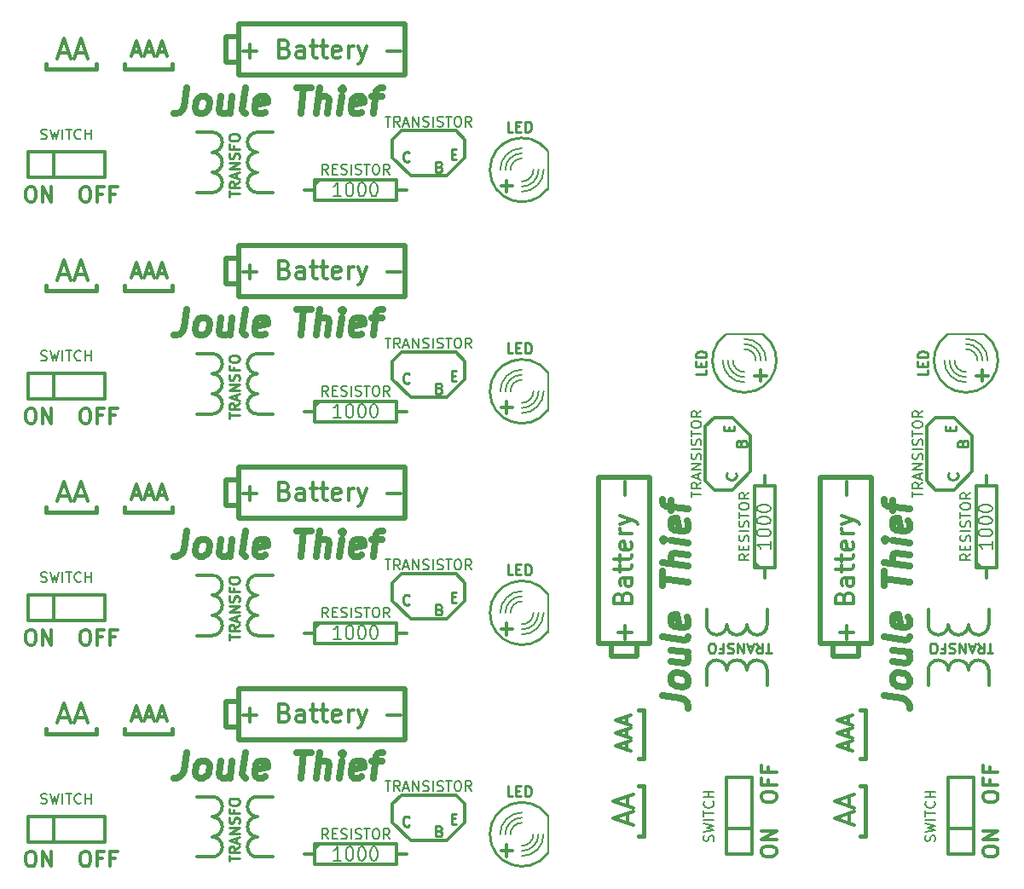
<source format=gto>
%MOIN*%
%OFA0B0*%
%FSLAX46Y46*%
%IPPOS*%
%LPD*%
%ADD10C,0.005905511811023622*%
%ADD11C,0.015748031496062995*%
%ADD12C,0.0078740157480314977*%
%ADD13C,0.011811023622047244*%
%ADD14C,0.025*%
%ADD15C,0.01*%
%ADD16C,0.02*%
%ADD17C,0.008*%
%ADD18C,0.006000000000000001*%
%ADD19C,0.012000000000000002*%
%ADD20C,0.00984251968503937*%
%ADD31C,0.005905511811023622*%
%ADD32C,0.015748031496062995*%
%ADD33C,0.0078740157480314977*%
%ADD34C,0.011811023622047244*%
%ADD35C,0.025*%
%ADD36C,0.01*%
%ADD37C,0.02*%
%ADD38C,0.008*%
%ADD39C,0.006000000000000001*%
%ADD40C,0.012000000000000002*%
%ADD41C,0.00984251968503937*%
%ADD42C,0.005905511811023622*%
%ADD43C,0.015748031496062995*%
%ADD44C,0.0078740157480314977*%
%ADD45C,0.011811023622047244*%
%ADD46C,0.025*%
%ADD47C,0.01*%
%ADD48C,0.02*%
%ADD49C,0.008*%
%ADD50C,0.006000000000000001*%
%ADD51C,0.012000000000000002*%
%ADD52C,0.00984251968503937*%
%ADD53C,0.005905511811023622*%
%ADD54C,0.015748031496062995*%
%ADD55C,0.0078740157480314977*%
%ADD56C,0.011811023622047244*%
%ADD57C,0.025*%
%ADD58C,0.01*%
%ADD59C,0.02*%
%ADD60C,0.008*%
%ADD61C,0.006000000000000001*%
%ADD62C,0.012000000000000002*%
%ADD63C,0.00984251968503937*%
%ADD64C,0.005905511811023622*%
%ADD65C,0.015748031496062995*%
%ADD66C,0.0078740157480314977*%
%ADD67C,0.011811023622047244*%
%ADD68C,0.025*%
%ADD69C,0.01*%
%ADD70C,0.02*%
%ADD71C,0.008*%
%ADD72C,0.006000000000000001*%
%ADD73C,0.012000000000000002*%
%ADD74C,0.00984251968503937*%
%ADD75C,0.005905511811023622*%
%ADD76C,0.015748031496062995*%
%ADD77C,0.0078740157480314977*%
%ADD78C,0.011811023622047244*%
%ADD79C,0.025*%
%ADD80C,0.01*%
%ADD81C,0.02*%
%ADD82C,0.008*%
%ADD83C,0.006000000000000001*%
%ADD84C,0.012000000000000002*%
%ADD85C,0.00984251968503937*%
G01*
D10*
D11*
X0000638976Y0000548031D02*
X0000638976Y0000567716D01*
X0000451968Y0000548031D02*
X0000638976Y0000548031D01*
X0000451968Y0000567716D02*
X0000451968Y0000548031D01*
X0000343700Y0000557873D02*
X0000343700Y0000567716D01*
X0000146850Y0000548031D02*
X0000343700Y0000548031D01*
X0000146850Y0000567716D02*
X0000146850Y0000548031D01*
D12*
X0001249681Y0000136520D02*
X0001236557Y0000155268D01*
X0001227183Y0000136520D02*
X0001227183Y0000175890D01*
X0001242182Y0000175890D01*
X0001245931Y0000174015D01*
X0001247806Y0000172140D01*
X0001249681Y0000168391D01*
X0001249681Y0000162767D01*
X0001247806Y0000159017D01*
X0001245931Y0000157142D01*
X0001242182Y0000155268D01*
X0001227183Y0000155268D01*
X0001266553Y0000157142D02*
X0001279677Y0000157142D01*
X0001285301Y0000136520D02*
X0001266553Y0000136520D01*
X0001266553Y0000175890D01*
X0001285301Y0000175890D01*
X0001300299Y0000138395D02*
X0001305924Y0000136520D01*
X0001315297Y0000136520D01*
X0001319047Y0000138395D01*
X0001320922Y0000140269D01*
X0001322796Y0000144019D01*
X0001322796Y0000147768D01*
X0001320922Y0000151518D01*
X0001319047Y0000153393D01*
X0001315297Y0000155268D01*
X0001307798Y0000157142D01*
X0001304049Y0000159017D01*
X0001302174Y0000160892D01*
X0001300299Y0000164641D01*
X0001300299Y0000168391D01*
X0001302174Y0000172140D01*
X0001304049Y0000174015D01*
X0001307798Y0000175890D01*
X0001317172Y0000175890D01*
X0001322796Y0000174015D01*
X0001339669Y0000136520D02*
X0001339669Y0000175890D01*
X0001356542Y0000138395D02*
X0001362167Y0000136520D01*
X0001371540Y0000136520D01*
X0001375290Y0000138395D01*
X0001377165Y0000140269D01*
X0001379039Y0000144019D01*
X0001379039Y0000147768D01*
X0001377165Y0000151518D01*
X0001375290Y0000153393D01*
X0001371540Y0000155268D01*
X0001364041Y0000157142D01*
X0001360292Y0000159017D01*
X0001358417Y0000160892D01*
X0001356542Y0000164641D01*
X0001356542Y0000168391D01*
X0001358417Y0000172140D01*
X0001360292Y0000174015D01*
X0001364041Y0000175890D01*
X0001373415Y0000175890D01*
X0001379039Y0000174015D01*
X0001390288Y0000175890D02*
X0001412785Y0000175890D01*
X0001401537Y0000136520D02*
X0001401537Y0000175890D01*
X0001433408Y0000175890D02*
X0001440907Y0000175890D01*
X0001444656Y0000174015D01*
X0001448406Y0000170266D01*
X0001450281Y0000162767D01*
X0001450281Y0000149643D01*
X0001448406Y0000142144D01*
X0001444656Y0000138395D01*
X0001440907Y0000136520D01*
X0001433408Y0000136520D01*
X0001429658Y0000138395D01*
X0001425909Y0000142144D01*
X0001424034Y0000149643D01*
X0001424034Y0000162767D01*
X0001425909Y0000170266D01*
X0001429658Y0000174015D01*
X0001433408Y0000175890D01*
X0001489651Y0000136520D02*
X0001476527Y0000155268D01*
X0001467153Y0000136520D02*
X0001467153Y0000175890D01*
X0001482152Y0000175890D01*
X0001485901Y0000174015D01*
X0001487776Y0000172140D01*
X0001489651Y0000168391D01*
X0001489651Y0000162767D01*
X0001487776Y0000159017D01*
X0001485901Y0000157142D01*
X0001482152Y0000155268D01*
X0001467153Y0000155268D01*
X0000127165Y0000276190D02*
X0000132789Y0000274315D01*
X0000142163Y0000274315D01*
X0000145912Y0000276190D01*
X0000147787Y0000278065D01*
X0000149662Y0000281814D01*
X0000149662Y0000285564D01*
X0000147787Y0000289313D01*
X0000145912Y0000291188D01*
X0000142163Y0000293063D01*
X0000134664Y0000294938D01*
X0000130914Y0000296812D01*
X0000129039Y0000298687D01*
X0000127165Y0000302437D01*
X0000127165Y0000306186D01*
X0000129039Y0000309936D01*
X0000130914Y0000311810D01*
X0000134664Y0000313685D01*
X0000144038Y0000313685D01*
X0000149662Y0000311810D01*
X0000162785Y0000313685D02*
X0000172159Y0000274315D01*
X0000179658Y0000302437D01*
X0000187157Y0000274315D01*
X0000196531Y0000313685D01*
X0000211529Y0000274315D02*
X0000211529Y0000313685D01*
X0000224652Y0000313685D02*
X0000247150Y0000313685D01*
X0000235901Y0000274315D02*
X0000235901Y0000313685D01*
X0000282770Y0000278065D02*
X0000280895Y0000276190D01*
X0000275271Y0000274315D01*
X0000271522Y0000274315D01*
X0000265897Y0000276190D01*
X0000262148Y0000279939D01*
X0000260273Y0000283689D01*
X0000258398Y0000291188D01*
X0000258398Y0000296812D01*
X0000260273Y0000304311D01*
X0000262148Y0000308061D01*
X0000265897Y0000311810D01*
X0000271522Y0000313685D01*
X0000275271Y0000313685D01*
X0000280895Y0000311810D01*
X0000282770Y0000309936D01*
X0000299643Y0000274315D02*
X0000299643Y0000313685D01*
X0000299643Y0000294938D02*
X0000322140Y0000294938D01*
X0000322140Y0000274315D02*
X0000322140Y0000313685D01*
X0001472309Y0000362898D02*
X0001494806Y0000362898D01*
X0001483558Y0000323528D02*
X0001483558Y0000362898D01*
X0001530427Y0000323528D02*
X0001517303Y0000342275D01*
X0001507930Y0000323528D02*
X0001507930Y0000362898D01*
X0001522928Y0000362898D01*
X0001526677Y0000361023D01*
X0001528552Y0000359148D01*
X0001530427Y0000355399D01*
X0001530427Y0000349774D01*
X0001528552Y0000346025D01*
X0001526677Y0000344150D01*
X0001522928Y0000342275D01*
X0001507930Y0000342275D01*
X0001545425Y0000334776D02*
X0001564173Y0000334776D01*
X0001541675Y0000323528D02*
X0001554799Y0000362898D01*
X0001567922Y0000323528D01*
X0001581045Y0000323528D02*
X0001581045Y0000362898D01*
X0001603543Y0000323528D01*
X0001603543Y0000362898D01*
X0001620416Y0000325402D02*
X0001626040Y0000323528D01*
X0001635414Y0000323528D01*
X0001639163Y0000325402D01*
X0001641038Y0000327277D01*
X0001642913Y0000331027D01*
X0001642913Y0000334776D01*
X0001641038Y0000338526D01*
X0001639163Y0000340401D01*
X0001635414Y0000342275D01*
X0001627915Y0000344150D01*
X0001624165Y0000346025D01*
X0001622290Y0000347900D01*
X0001620416Y0000351649D01*
X0001620416Y0000355399D01*
X0001622290Y0000359148D01*
X0001624165Y0000361023D01*
X0001627915Y0000362898D01*
X0001637288Y0000362898D01*
X0001642913Y0000361023D01*
X0001659786Y0000323528D02*
X0001659786Y0000362898D01*
X0001676658Y0000325402D02*
X0001682283Y0000323528D01*
X0001691657Y0000323528D01*
X0001695406Y0000325402D01*
X0001697281Y0000327277D01*
X0001699156Y0000331027D01*
X0001699156Y0000334776D01*
X0001697281Y0000338526D01*
X0001695406Y0000340401D01*
X0001691657Y0000342275D01*
X0001684158Y0000344150D01*
X0001680408Y0000346025D01*
X0001678533Y0000347900D01*
X0001676658Y0000351649D01*
X0001676658Y0000355399D01*
X0001678533Y0000359148D01*
X0001680408Y0000361023D01*
X0001684158Y0000362898D01*
X0001693531Y0000362898D01*
X0001699156Y0000361023D01*
X0001710404Y0000362898D02*
X0001732901Y0000362898D01*
X0001721653Y0000323528D02*
X0001721653Y0000362898D01*
X0001753524Y0000362898D02*
X0001761023Y0000362898D01*
X0001764772Y0000361023D01*
X0001768522Y0000357274D01*
X0001770397Y0000349774D01*
X0001770397Y0000336651D01*
X0001768522Y0000329152D01*
X0001764772Y0000325402D01*
X0001761023Y0000323528D01*
X0001753524Y0000323528D01*
X0001749774Y0000325402D01*
X0001746025Y0000329152D01*
X0001744150Y0000336651D01*
X0001744150Y0000349774D01*
X0001746025Y0000357274D01*
X0001749774Y0000361023D01*
X0001753524Y0000362898D01*
X0001809767Y0000323528D02*
X0001796643Y0000342275D01*
X0001787270Y0000323528D02*
X0001787270Y0000362898D01*
X0001802268Y0000362898D01*
X0001806017Y0000361023D01*
X0001807892Y0000359148D01*
X0001809767Y0000355399D01*
X0001809767Y0000349774D01*
X0001807892Y0000346025D01*
X0001806017Y0000344150D01*
X0001802268Y0000342275D01*
X0001787270Y0000342275D01*
D13*
X0000082170Y0000088245D02*
X0000093419Y0000088245D01*
X0000099043Y0000085432D01*
X0000104667Y0000079808D01*
X0000107480Y0000068560D01*
X0000107480Y0000048875D01*
X0000104667Y0000037626D01*
X0000099043Y0000032002D01*
X0000093419Y0000029190D01*
X0000082170Y0000029190D01*
X0000076546Y0000032002D01*
X0000070922Y0000037626D01*
X0000068110Y0000048875D01*
X0000068110Y0000068560D01*
X0000070922Y0000079808D01*
X0000076546Y0000085432D01*
X0000082170Y0000088245D01*
X0000132789Y0000029190D02*
X0000132789Y0000088245D01*
X0000166535Y0000029190D01*
X0000166535Y0000088245D01*
X0000295894Y0000088245D02*
X0000307142Y0000088245D01*
X0000312767Y0000085432D01*
X0000318391Y0000079808D01*
X0000321203Y0000068560D01*
X0000321203Y0000048875D01*
X0000318391Y0000037626D01*
X0000312767Y0000032002D01*
X0000307142Y0000029190D01*
X0000295894Y0000029190D01*
X0000290269Y0000032002D01*
X0000284645Y0000037626D01*
X0000281833Y0000048875D01*
X0000281833Y0000068560D01*
X0000284645Y0000079808D01*
X0000290269Y0000085432D01*
X0000295894Y0000088245D01*
X0000366197Y0000060123D02*
X0000346512Y0000060123D01*
X0000346512Y0000029190D02*
X0000346512Y0000088245D01*
X0000374634Y0000088245D01*
X0000416816Y0000060123D02*
X0000397131Y0000060123D01*
X0000397131Y0000029190D02*
X0000397131Y0000088245D01*
X0000425252Y0000088245D01*
D14*
X0000697302Y0000474840D02*
X0000688373Y0000403412D01*
X0000681826Y0000389126D01*
X0000671112Y0000379602D01*
X0000656231Y0000374840D01*
X0000646707Y0000374840D01*
X0000746707Y0000374840D02*
X0000737778Y0000379602D01*
X0000733612Y0000384364D01*
X0000730040Y0000393888D01*
X0000733612Y0000422459D01*
X0000739564Y0000431983D01*
X0000744921Y0000436745D01*
X0000755040Y0000441507D01*
X0000769326Y0000441507D01*
X0000778254Y0000436745D01*
X0000782421Y0000431983D01*
X0000785992Y0000422459D01*
X0000782421Y0000393888D01*
X0000776469Y0000384364D01*
X0000771112Y0000379602D01*
X0000760992Y0000374840D01*
X0000746707Y0000374840D01*
X0000874088Y0000441507D02*
X0000865754Y0000374840D01*
X0000831231Y0000441507D02*
X0000824683Y0000389126D01*
X0000828254Y0000379602D01*
X0000837183Y0000374840D01*
X0000851469Y0000374840D01*
X0000861588Y0000379602D01*
X0000866945Y0000384364D01*
X0000927659Y0000374840D02*
X0000918731Y0000379602D01*
X0000915159Y0000389126D01*
X0000925873Y0000474840D01*
X0001004445Y0000379602D02*
X0000994326Y0000374840D01*
X0000975278Y0000374840D01*
X0000966350Y0000379602D01*
X0000962778Y0000389126D01*
X0000967540Y0000427221D01*
X0000973492Y0000436745D01*
X0000983612Y0000441507D01*
X0001002659Y0000441507D01*
X0001011588Y0000436745D01*
X0001015159Y0000427221D01*
X0001013969Y0000417697D01*
X0000965159Y0000408173D01*
X0001125873Y0000474840D02*
X0001183016Y0000474840D01*
X0001141945Y0000374840D02*
X0001154445Y0000474840D01*
X0001203850Y0000374840D02*
X0001216350Y0000474840D01*
X0001246707Y0000374840D02*
X0001253254Y0000427221D01*
X0001249683Y0000436745D01*
X0001240754Y0000441507D01*
X0001226469Y0000441507D01*
X0001216350Y0000436745D01*
X0001210992Y0000431983D01*
X0001294326Y0000374840D02*
X0001302659Y0000441507D01*
X0001306826Y0000474840D02*
X0001301469Y0000470078D01*
X0001305635Y0000465316D01*
X0001310992Y0000470078D01*
X0001306826Y0000474840D01*
X0001305635Y0000465316D01*
X0001380635Y0000379602D02*
X0001370516Y0000374840D01*
X0001351469Y0000374840D01*
X0001342540Y0000379602D01*
X0001338969Y0000389126D01*
X0001343731Y0000427221D01*
X0001349683Y0000436745D01*
X0001359802Y0000441507D01*
X0001378850Y0000441507D01*
X0001387778Y0000436745D01*
X0001391350Y0000427221D01*
X0001390159Y0000417697D01*
X0001341350Y0000408173D01*
X0001421707Y0000441507D02*
X0001459802Y0000441507D01*
X0001427659Y0000374840D02*
X0001438373Y0000460554D01*
X0001444326Y0000470078D01*
X0001454445Y0000474840D01*
X0001463969Y0000474840D01*
D13*
X0001925534Y0000091057D02*
X0001970528Y0000091057D01*
X0001948031Y0000068560D02*
X0001948031Y0000113554D01*
D15*
X0001685140Y0000167030D02*
X0001690854Y0000165125D01*
X0001692759Y0000163220D01*
X0001694664Y0000159411D01*
X0001694664Y0000153696D01*
X0001692759Y0000149887D01*
X0001690854Y0000147982D01*
X0001687045Y0000146077D01*
X0001671807Y0000146077D01*
X0001671807Y0000186077D01*
X0001685140Y0000186077D01*
X0001688949Y0000184173D01*
X0001690854Y0000182268D01*
X0001692759Y0000178458D01*
X0001692759Y0000174649D01*
X0001690854Y0000170839D01*
X0001688949Y0000168935D01*
X0001685140Y0000167030D01*
X0001671807Y0000167030D01*
X0001566711Y0000189257D02*
X0001564806Y0000187352D01*
X0001559092Y0000185447D01*
X0001555282Y0000185447D01*
X0001549568Y0000187352D01*
X0001545759Y0000191162D01*
X0001543854Y0000194971D01*
X0001541949Y0000202590D01*
X0001541949Y0000208305D01*
X0001543854Y0000215924D01*
X0001545759Y0000219733D01*
X0001549568Y0000223543D01*
X0001555282Y0000225447D01*
X0001559092Y0000225447D01*
X0001564806Y0000223543D01*
X0001566711Y0000221638D01*
X0001732766Y0000216242D02*
X0001746100Y0000216242D01*
X0001751814Y0000195290D02*
X0001732766Y0000195290D01*
X0001732766Y0000235290D01*
X0001751814Y0000235290D01*
D16*
X0000899999Y0000524999D02*
X0001549999Y0000524999D01*
X0000899999Y0000724999D02*
X0001549999Y0000724999D01*
X0000899999Y0000674999D02*
X0000849999Y0000674999D01*
X0000849999Y0000674999D02*
X0000849999Y0000574999D01*
X0000849999Y0000574999D02*
X0000899999Y0000574999D01*
X0000899999Y0000524999D02*
X0000899999Y0000724999D01*
X0001549999Y0000724999D02*
X0001549999Y0000524999D01*
D13*
X0000796456Y0000065747D02*
X0000737401Y0000065747D01*
X0000796456Y0000301968D02*
X0000737401Y0000301968D01*
X0000973621Y0000301968D02*
X0001032676Y0000301968D01*
X0000973621Y0000065747D02*
X0001032676Y0000065747D01*
X0000796456Y0000065747D02*
G75*
G03X0000835826Y0000105118J0000039370D01*
G01*
X0000835826Y0000105118D02*
G75*
G03X0000796456Y0000144488I-0000039370D01*
G01*
X0000796456Y0000144488D02*
G75*
G03X0000835826Y0000183858J0000039370D01*
G01*
X0000835826Y0000183858D02*
G75*
G03X0000796456Y0000223228I-0000039370D01*
G01*
X0000796456Y0000223228D02*
G75*
G03X0000835826Y0000262598J0000039370D01*
G01*
X0000835826Y0000262598D02*
G75*
G03X0000796456Y0000301968I-0000039370D01*
G01*
X0000934251Y0000105118D02*
G75*
G03X0000973621Y0000065747I0000039370D01*
G01*
X0000973621Y0000144488D02*
G75*
G03X0000934251Y0000105118J-0000039370D01*
G01*
X0000934251Y0000183858D02*
G75*
G03X0000973621Y0000144488I0000039370D01*
G01*
X0000973621Y0000223228D02*
G75*
G03X0000934251Y0000183858J-0000039370D01*
G01*
X0000934251Y0000262598D02*
G75*
G03X0000973621Y0000223228I0000039370D01*
G01*
X0000973621Y0000301968D02*
G75*
G03X0000934251Y0000262598J-0000039370D01*
G01*
D17*
X0002109243Y0000079330D02*
X0002109243Y0000229330D01*
D15*
X0002107165Y0000229435D02*
G75*
G03X0002107243Y0000079330I-0000099921J-0000075105D01*
G01*
D18*
X0002007243Y0000199330D02*
G75*
G03X0001962243Y0000154330J-0000045000D01*
G01*
X0002007243Y0000109330D02*
G75*
G03X0002052243Y0000154330J0000045000D01*
G01*
X0002007243Y0000219330D02*
G75*
G03X0001942243Y0000154330J-0000065000D01*
G01*
X0002007243Y0000089330D02*
G75*
G03X0002072243Y0000154330J0000065000D01*
G01*
X0002007243Y0000239330D02*
G75*
G03X0001922243Y0000154330J-0000084999D01*
G01*
X0002007243Y0000069330D02*
G75*
G03X0002092243Y0000154330J0000084999D01*
G01*
D19*
X0001748979Y0000307796D02*
X0001536847Y0000307796D01*
X0001536847Y0000307796D02*
X0001501491Y0000272440D01*
X0001501491Y0000272440D02*
X0001501491Y0000201730D01*
X0001501491Y0000201730D02*
X0001572202Y0000131019D01*
X0001572202Y0000131019D02*
X0001713623Y0000131019D01*
X0001713623Y0000131019D02*
X0001784334Y0000201730D01*
X0001784334Y0000201730D02*
X0001784334Y0000272440D01*
X0001784334Y0000272440D02*
X0001748979Y0000307796D01*
X0001157480Y0000075590D02*
X0001197480Y0000075590D01*
X0001197480Y0000075590D02*
X0001197480Y0000115590D01*
X0001197480Y0000115590D02*
X0001517480Y0000115590D01*
X0001517480Y0000115590D02*
X0001517480Y0000035590D01*
X0001517480Y0000035590D02*
X0001197480Y0000035590D01*
X0001197480Y0000035590D02*
X0001197480Y0000075590D01*
X0001197480Y0000095590D02*
X0001217480Y0000115590D01*
X0001557480Y0000075590D02*
X0001517480Y0000075590D01*
X0000075590Y0000124015D02*
X0000075590Y0000224015D01*
X0000075590Y0000224015D02*
X0000375590Y0000224015D01*
X0000375590Y0000224015D02*
X0000375590Y0000124015D01*
X0000375590Y0000124015D02*
X0000075590Y0000124015D01*
X0000175590Y0000224015D02*
X0000175590Y0000124015D01*
D13*
X0000485320Y0000615157D02*
X0000513441Y0000615157D01*
X0000479696Y0000598284D02*
X0000499381Y0000657339D01*
X0000519066Y0000598284D01*
X0000535939Y0000615157D02*
X0000564060Y0000615157D01*
X0000530314Y0000598284D02*
X0000549999Y0000657339D01*
X0000569684Y0000598284D01*
X0000586557Y0000615157D02*
X0000614679Y0000615157D01*
X0000580933Y0000598284D02*
X0000600618Y0000657339D01*
X0000620303Y0000598284D01*
X0000197506Y0000611876D02*
X0000235001Y0000611876D01*
X0000190007Y0000589379D02*
X0000216254Y0000668119D01*
X0000242500Y0000589379D01*
X0000264997Y0000611876D02*
X0000302493Y0000611876D01*
X0000257498Y0000589379D02*
X0000283745Y0000668119D01*
X0000309992Y0000589379D01*
D19*
X0000916666Y0000619999D02*
X0000969999Y0000619999D01*
X0000943333Y0000593333D02*
X0000943333Y0000646666D01*
X0001079999Y0000629999D02*
X0001089999Y0000626666D01*
X0001093333Y0000623333D01*
X0001096666Y0000616666D01*
X0001096666Y0000606666D01*
X0001093333Y0000599999D01*
X0001089999Y0000596666D01*
X0001083333Y0000593333D01*
X0001056666Y0000593333D01*
X0001056666Y0000663333D01*
X0001079999Y0000663333D01*
X0001086666Y0000659999D01*
X0001089999Y0000656666D01*
X0001093333Y0000649999D01*
X0001093333Y0000643333D01*
X0001089999Y0000636666D01*
X0001086666Y0000633333D01*
X0001079999Y0000629999D01*
X0001056666Y0000629999D01*
X0001156666Y0000593333D02*
X0001156666Y0000629999D01*
X0001153333Y0000636666D01*
X0001146666Y0000639999D01*
X0001133333Y0000639999D01*
X0001126666Y0000636666D01*
X0001156666Y0000596666D02*
X0001149999Y0000593333D01*
X0001133333Y0000593333D01*
X0001126666Y0000596666D01*
X0001123333Y0000603333D01*
X0001123333Y0000609999D01*
X0001126666Y0000616666D01*
X0001133333Y0000619999D01*
X0001149999Y0000619999D01*
X0001156666Y0000623333D01*
X0001179999Y0000639999D02*
X0001206666Y0000639999D01*
X0001189999Y0000663333D02*
X0001189999Y0000603333D01*
X0001193333Y0000596666D01*
X0001199999Y0000593333D01*
X0001206666Y0000593333D01*
X0001219999Y0000639999D02*
X0001246666Y0000639999D01*
X0001229999Y0000663333D02*
X0001229999Y0000603333D01*
X0001233333Y0000596666D01*
X0001239999Y0000593333D01*
X0001246666Y0000593333D01*
X0001296666Y0000596666D02*
X0001289999Y0000593333D01*
X0001276666Y0000593333D01*
X0001269999Y0000596666D01*
X0001266666Y0000603333D01*
X0001266666Y0000629999D01*
X0001269999Y0000636666D01*
X0001276666Y0000639999D01*
X0001289999Y0000639999D01*
X0001296666Y0000636666D01*
X0001299999Y0000629999D01*
X0001299999Y0000623333D01*
X0001266666Y0000616666D01*
X0001329999Y0000593333D02*
X0001329999Y0000639999D01*
X0001329999Y0000626666D02*
X0001333333Y0000633333D01*
X0001336666Y0000636666D01*
X0001343333Y0000639999D01*
X0001349999Y0000639999D01*
X0001366666Y0000639999D02*
X0001383333Y0000593333D01*
X0001399999Y0000639999D02*
X0001383333Y0000593333D01*
X0001376666Y0000576666D01*
X0001373333Y0000573333D01*
X0001366666Y0000569999D01*
X0001479999Y0000619999D02*
X0001533333Y0000619999D01*
D20*
X0000862691Y0000049186D02*
X0000862691Y0000071683D01*
X0000902062Y0000060434D02*
X0000862691Y0000060434D01*
X0000902062Y0000107304D02*
X0000883314Y0000094180D01*
X0000902062Y0000084806D02*
X0000862691Y0000084806D01*
X0000862691Y0000099804D01*
X0000864566Y0000103554D01*
X0000866441Y0000105429D01*
X0000870191Y0000107304D01*
X0000875815Y0000107304D01*
X0000879564Y0000105429D01*
X0000881439Y0000103554D01*
X0000883314Y0000099804D01*
X0000883314Y0000084806D01*
X0000890813Y0000122302D02*
X0000890813Y0000141049D01*
X0000902062Y0000118552D02*
X0000862691Y0000131675D01*
X0000902062Y0000144799D01*
X0000902062Y0000157922D02*
X0000862691Y0000157922D01*
X0000902062Y0000180419D01*
X0000862691Y0000180419D01*
X0000900187Y0000197292D02*
X0000902062Y0000202917D01*
X0000902062Y0000212290D01*
X0000900187Y0000216040D01*
X0000898312Y0000217915D01*
X0000894562Y0000219789D01*
X0000890813Y0000219789D01*
X0000887063Y0000217915D01*
X0000885189Y0000216040D01*
X0000883314Y0000212290D01*
X0000881439Y0000204791D01*
X0000879564Y0000201042D01*
X0000877690Y0000199167D01*
X0000873940Y0000197292D01*
X0000870191Y0000197292D01*
X0000866441Y0000199167D01*
X0000864566Y0000201042D01*
X0000862691Y0000204791D01*
X0000862691Y0000214165D01*
X0000864566Y0000219789D01*
X0000881439Y0000249786D02*
X0000881439Y0000236662D01*
X0000902062Y0000236662D02*
X0000862691Y0000236662D01*
X0000862691Y0000255410D01*
X0000862691Y0000277907D02*
X0000862691Y0000285406D01*
X0000864566Y0000289156D01*
X0000868316Y0000292905D01*
X0000875815Y0000294780D01*
X0000888938Y0000294780D01*
X0000896437Y0000292905D01*
X0000900187Y0000289156D01*
X0000902062Y0000285406D01*
X0000902062Y0000277907D01*
X0000900187Y0000274158D01*
X0000896437Y0000270408D01*
X0000888938Y0000268533D01*
X0000875815Y0000268533D01*
X0000868316Y0000270408D01*
X0000864566Y0000274158D01*
X0000862691Y0000277907D01*
D15*
X0001971529Y0000303558D02*
X0001952482Y0000303558D01*
X0001952482Y0000343558D01*
X0001984862Y0000324510D02*
X0001998196Y0000324510D01*
X0002003910Y0000303558D02*
X0001984862Y0000303558D01*
X0001984862Y0000343558D01*
X0002003910Y0000343558D01*
X0002021053Y0000303558D02*
X0002021053Y0000343558D01*
X0002030577Y0000343558D01*
X0002036291Y0000341653D01*
X0002040101Y0000337843D01*
X0002042005Y0000334034D01*
X0002043910Y0000326415D01*
X0002043910Y0000320701D01*
X0002042005Y0000313082D01*
X0002040101Y0000309272D01*
X0002036291Y0000305462D01*
X0002030577Y0000303558D01*
X0002021053Y0000303558D01*
D17*
X0001300337Y0000050709D02*
X0001271765Y0000050709D01*
X0001286051Y0000050709D02*
X0001286051Y0000105709D01*
X0001281289Y0000097852D01*
X0001276527Y0000092614D01*
X0001271765Y0000089995D01*
X0001331289Y0000105709D02*
X0001336051Y0000105709D01*
X0001340813Y0000103090D01*
X0001343194Y0000100471D01*
X0001345575Y0000095233D01*
X0001347956Y0000084757D01*
X0001347956Y0000071661D01*
X0001345575Y0000061185D01*
X0001343194Y0000055947D01*
X0001340813Y0000053328D01*
X0001336051Y0000050709D01*
X0001331289Y0000050709D01*
X0001326527Y0000053328D01*
X0001324146Y0000055947D01*
X0001321765Y0000061185D01*
X0001319384Y0000071661D01*
X0001319384Y0000084757D01*
X0001321765Y0000095233D01*
X0001324146Y0000100471D01*
X0001326527Y0000103090D01*
X0001331289Y0000105709D01*
X0001378908Y0000105709D02*
X0001383670Y0000105709D01*
X0001388432Y0000103090D01*
X0001390813Y0000100471D01*
X0001393194Y0000095233D01*
X0001395575Y0000084757D01*
X0001395575Y0000071661D01*
X0001393194Y0000061185D01*
X0001390813Y0000055947D01*
X0001388432Y0000053328D01*
X0001383670Y0000050709D01*
X0001378908Y0000050709D01*
X0001374146Y0000053328D01*
X0001371765Y0000055947D01*
X0001369384Y0000061185D01*
X0001367003Y0000071661D01*
X0001367003Y0000084757D01*
X0001369384Y0000095233D01*
X0001371765Y0000100471D01*
X0001374146Y0000103090D01*
X0001378908Y0000105709D01*
X0001426527Y0000105709D02*
X0001431289Y0000105709D01*
X0001436051Y0000103090D01*
X0001438432Y0000100471D01*
X0001440813Y0000095233D01*
X0001443194Y0000084757D01*
X0001443194Y0000071661D01*
X0001440813Y0000061185D01*
X0001438432Y0000055947D01*
X0001436051Y0000053328D01*
X0001431289Y0000050709D01*
X0001426527Y0000050709D01*
X0001421765Y0000053328D01*
X0001419384Y0000055947D01*
X0001417003Y0000061185D01*
X0001414622Y0000071661D01*
X0001414622Y0000084757D01*
X0001417003Y0000095233D01*
X0001419384Y0000100471D01*
X0001421765Y0000103090D01*
X0001426527Y0000105709D01*
G04 next file*
G04 #@! TF.FileFunction,Legend,Top*
G04 Gerber Fmt 4.6, Leading zero omitted, Abs format (unit mm)*
G04 Created by KiCad (PCBNEW 4.0.7) date 09/06/18 10:52:36*
G01*
G04 APERTURE LIST*
G04 APERTURE END LIST*
D31*
D32*
X0002483464Y0000638976D02*
X0002463779Y0000638976D01*
X0002483464Y0000451968D02*
X0002483464Y0000638976D01*
X0002463779Y0000451968D02*
X0002483464Y0000451968D01*
X0002473622Y0000343700D02*
X0002463779Y0000343700D01*
X0002483464Y0000146850D02*
X0002483464Y0000343700D01*
X0002463779Y0000146850D02*
X0002483464Y0000146850D01*
D33*
X0002894975Y0001249681D02*
X0002876227Y0001236557D01*
X0002894975Y0001227183D02*
X0002855605Y0001227183D01*
X0002855605Y0001242182D01*
X0002857480Y0001245931D01*
X0002859355Y0001247806D01*
X0002863104Y0001249681D01*
X0002868728Y0001249681D01*
X0002872478Y0001247806D01*
X0002874353Y0001245931D01*
X0002876227Y0001242182D01*
X0002876227Y0001227183D01*
X0002874353Y0001266553D02*
X0002874353Y0001279677D01*
X0002894975Y0001285301D02*
X0002894975Y0001266553D01*
X0002855605Y0001266553D01*
X0002855605Y0001285301D01*
X0002893100Y0001300299D02*
X0002894975Y0001305924D01*
X0002894975Y0001315297D01*
X0002893100Y0001319047D01*
X0002891226Y0001320922D01*
X0002887476Y0001322796D01*
X0002883727Y0001322796D01*
X0002879977Y0001320922D01*
X0002878102Y0001319047D01*
X0002876227Y0001315297D01*
X0002874353Y0001307798D01*
X0002872478Y0001304049D01*
X0002870603Y0001302174D01*
X0002866854Y0001300299D01*
X0002863104Y0001300299D01*
X0002859355Y0001302174D01*
X0002857480Y0001304049D01*
X0002855605Y0001307798D01*
X0002855605Y0001317172D01*
X0002857480Y0001322796D01*
X0002894975Y0001339669D02*
X0002855605Y0001339669D01*
X0002893100Y0001356542D02*
X0002894975Y0001362167D01*
X0002894975Y0001371540D01*
X0002893100Y0001375290D01*
X0002891226Y0001377165D01*
X0002887476Y0001379039D01*
X0002883727Y0001379039D01*
X0002879977Y0001377165D01*
X0002878102Y0001375290D01*
X0002876227Y0001371540D01*
X0002874353Y0001364041D01*
X0002872478Y0001360292D01*
X0002870603Y0001358417D01*
X0002866854Y0001356542D01*
X0002863104Y0001356542D01*
X0002859355Y0001358417D01*
X0002857480Y0001360292D01*
X0002855605Y0001364041D01*
X0002855605Y0001373415D01*
X0002857480Y0001379039D01*
X0002855605Y0001390288D02*
X0002855605Y0001412785D01*
X0002894975Y0001401537D02*
X0002855605Y0001401537D01*
X0002855605Y0001433408D02*
X0002855605Y0001440907D01*
X0002857480Y0001444656D01*
X0002861229Y0001448406D01*
X0002868728Y0001450281D01*
X0002881852Y0001450281D01*
X0002889351Y0001448406D01*
X0002893100Y0001444656D01*
X0002894975Y0001440907D01*
X0002894975Y0001433408D01*
X0002893100Y0001429658D01*
X0002889351Y0001425909D01*
X0002881852Y0001424034D01*
X0002868728Y0001424034D01*
X0002861229Y0001425909D01*
X0002857480Y0001429658D01*
X0002855605Y0001433408D01*
X0002894975Y0001489651D02*
X0002876227Y0001476527D01*
X0002894975Y0001467153D02*
X0002855605Y0001467153D01*
X0002855605Y0001482152D01*
X0002857480Y0001485901D01*
X0002859355Y0001487776D01*
X0002863104Y0001489651D01*
X0002868728Y0001489651D01*
X0002872478Y0001487776D01*
X0002874353Y0001485901D01*
X0002876227Y0001482152D01*
X0002876227Y0001467153D01*
X0002755305Y0000127165D02*
X0002757180Y0000132789D01*
X0002757180Y0000142163D01*
X0002755305Y0000145912D01*
X0002753430Y0000147787D01*
X0002749681Y0000149662D01*
X0002745931Y0000149662D01*
X0002742182Y0000147787D01*
X0002740307Y0000145912D01*
X0002738432Y0000142163D01*
X0002736557Y0000134664D01*
X0002734683Y0000130914D01*
X0002732808Y0000129039D01*
X0002729058Y0000127165D01*
X0002725309Y0000127165D01*
X0002721559Y0000129039D01*
X0002719685Y0000130914D01*
X0002717810Y0000134664D01*
X0002717810Y0000144038D01*
X0002719685Y0000149662D01*
X0002717810Y0000162785D02*
X0002757180Y0000172159D01*
X0002729058Y0000179658D01*
X0002757180Y0000187157D01*
X0002717810Y0000196531D01*
X0002757180Y0000211529D02*
X0002717810Y0000211529D01*
X0002717810Y0000224652D02*
X0002717810Y0000247150D01*
X0002757180Y0000235901D02*
X0002717810Y0000235901D01*
X0002753430Y0000282770D02*
X0002755305Y0000280895D01*
X0002757180Y0000275271D01*
X0002757180Y0000271522D01*
X0002755305Y0000265897D01*
X0002751556Y0000262148D01*
X0002747806Y0000260273D01*
X0002740307Y0000258398D01*
X0002734683Y0000258398D01*
X0002727184Y0000260273D01*
X0002723434Y0000262148D01*
X0002719685Y0000265897D01*
X0002717810Y0000271522D01*
X0002717810Y0000275271D01*
X0002719685Y0000280895D01*
X0002721559Y0000282770D01*
X0002757180Y0000299643D02*
X0002717810Y0000299643D01*
X0002736557Y0000299643D02*
X0002736557Y0000322140D01*
X0002757180Y0000322140D02*
X0002717810Y0000322140D01*
X0002668597Y0001472309D02*
X0002668597Y0001494806D01*
X0002707967Y0001483558D02*
X0002668597Y0001483558D01*
X0002707967Y0001530427D02*
X0002689220Y0001517303D01*
X0002707967Y0001507930D02*
X0002668597Y0001507930D01*
X0002668597Y0001522928D01*
X0002670472Y0001526677D01*
X0002672347Y0001528552D01*
X0002676096Y0001530427D01*
X0002681721Y0001530427D01*
X0002685470Y0001528552D01*
X0002687345Y0001526677D01*
X0002689220Y0001522928D01*
X0002689220Y0001507930D01*
X0002696719Y0001545425D02*
X0002696719Y0001564173D01*
X0002707967Y0001541675D02*
X0002668597Y0001554799D01*
X0002707967Y0001567922D01*
X0002707967Y0001581045D02*
X0002668597Y0001581045D01*
X0002707967Y0001603543D01*
X0002668597Y0001603543D01*
X0002706093Y0001620416D02*
X0002707967Y0001626040D01*
X0002707967Y0001635414D01*
X0002706093Y0001639163D01*
X0002704218Y0001641038D01*
X0002700468Y0001642913D01*
X0002696719Y0001642913D01*
X0002692969Y0001641038D01*
X0002691094Y0001639163D01*
X0002689220Y0001635414D01*
X0002687345Y0001627915D01*
X0002685470Y0001624165D01*
X0002683595Y0001622290D01*
X0002679846Y0001620416D01*
X0002676096Y0001620416D01*
X0002672347Y0001622290D01*
X0002670472Y0001624165D01*
X0002668597Y0001627915D01*
X0002668597Y0001637288D01*
X0002670472Y0001642913D01*
X0002707967Y0001659786D02*
X0002668597Y0001659786D01*
X0002706093Y0001676658D02*
X0002707967Y0001682283D01*
X0002707967Y0001691657D01*
X0002706093Y0001695406D01*
X0002704218Y0001697281D01*
X0002700468Y0001699156D01*
X0002696719Y0001699156D01*
X0002692969Y0001697281D01*
X0002691094Y0001695406D01*
X0002689220Y0001691657D01*
X0002687345Y0001684158D01*
X0002685470Y0001680408D01*
X0002683595Y0001678533D01*
X0002679846Y0001676658D01*
X0002676096Y0001676658D01*
X0002672347Y0001678533D01*
X0002670472Y0001680408D01*
X0002668597Y0001684158D01*
X0002668597Y0001693531D01*
X0002670472Y0001699156D01*
X0002668597Y0001710404D02*
X0002668597Y0001732901D01*
X0002707967Y0001721653D02*
X0002668597Y0001721653D01*
X0002668597Y0001753524D02*
X0002668597Y0001761023D01*
X0002670472Y0001764772D01*
X0002674222Y0001768522D01*
X0002681721Y0001770397D01*
X0002694844Y0001770397D01*
X0002702343Y0001768522D01*
X0002706093Y0001764772D01*
X0002707967Y0001761023D01*
X0002707967Y0001753524D01*
X0002706093Y0001749774D01*
X0002702343Y0001746025D01*
X0002694844Y0001744150D01*
X0002681721Y0001744150D01*
X0002674222Y0001746025D01*
X0002670472Y0001749774D01*
X0002668597Y0001753524D01*
X0002707967Y0001809767D02*
X0002689220Y0001796643D01*
X0002707967Y0001787270D02*
X0002668597Y0001787270D01*
X0002668597Y0001802268D01*
X0002670472Y0001806017D01*
X0002672347Y0001807892D01*
X0002676096Y0001809767D01*
X0002681721Y0001809767D01*
X0002685470Y0001807892D01*
X0002687345Y0001806017D01*
X0002689220Y0001802268D01*
X0002689220Y0001787270D01*
D34*
X0002943250Y0000082170D02*
X0002943250Y0000093419D01*
X0002946063Y0000099043D01*
X0002951687Y0000104667D01*
X0002962935Y0000107480D01*
X0002982620Y0000107480D01*
X0002993869Y0000104667D01*
X0002999493Y0000099043D01*
X0003002305Y0000093419D01*
X0003002305Y0000082170D01*
X0002999493Y0000076546D01*
X0002993869Y0000070922D01*
X0002982620Y0000068110D01*
X0002962935Y0000068110D01*
X0002951687Y0000070922D01*
X0002946063Y0000076546D01*
X0002943250Y0000082170D01*
X0003002305Y0000132789D02*
X0002943250Y0000132789D01*
X0003002305Y0000166535D01*
X0002943250Y0000166535D01*
X0002943250Y0000295894D02*
X0002943250Y0000307142D01*
X0002946063Y0000312767D01*
X0002951687Y0000318391D01*
X0002962935Y0000321203D01*
X0002982620Y0000321203D01*
X0002993869Y0000318391D01*
X0002999493Y0000312767D01*
X0003002305Y0000307142D01*
X0003002305Y0000295894D01*
X0002999493Y0000290269D01*
X0002993869Y0000284645D01*
X0002982620Y0000281833D01*
X0002962935Y0000281833D01*
X0002951687Y0000284645D01*
X0002946063Y0000290269D01*
X0002943250Y0000295894D01*
X0002971372Y0000366197D02*
X0002971372Y0000346512D01*
X0003002305Y0000346512D02*
X0002943250Y0000346512D01*
X0002943250Y0000374634D01*
X0002971372Y0000416816D02*
X0002971372Y0000397131D01*
X0003002305Y0000397131D02*
X0002943250Y0000397131D01*
X0002943250Y0000425252D01*
D35*
X0002556655Y0000697302D02*
X0002628084Y0000688373D01*
X0002642369Y0000681826D01*
X0002651893Y0000671112D01*
X0002656655Y0000656231D01*
X0002656655Y0000646707D01*
X0002656655Y0000746707D02*
X0002651893Y0000737778D01*
X0002647131Y0000733612D01*
X0002637607Y0000730040D01*
X0002609036Y0000733612D01*
X0002599512Y0000739564D01*
X0002594750Y0000744921D01*
X0002589988Y0000755040D01*
X0002589988Y0000769326D01*
X0002594750Y0000778254D01*
X0002599512Y0000782421D01*
X0002609036Y0000785992D01*
X0002637607Y0000782421D01*
X0002647131Y0000776469D01*
X0002651893Y0000771112D01*
X0002656655Y0000760992D01*
X0002656655Y0000746707D01*
X0002589988Y0000874088D02*
X0002656655Y0000865754D01*
X0002589988Y0000831231D02*
X0002642369Y0000824683D01*
X0002651893Y0000828254D01*
X0002656655Y0000837183D01*
X0002656655Y0000851469D01*
X0002651893Y0000861588D01*
X0002647131Y0000866945D01*
X0002656655Y0000927659D02*
X0002651893Y0000918731D01*
X0002642369Y0000915159D01*
X0002556655Y0000925873D01*
X0002651893Y0001004445D02*
X0002656655Y0000994326D01*
X0002656655Y0000975278D01*
X0002651893Y0000966350D01*
X0002642369Y0000962778D01*
X0002604274Y0000967540D01*
X0002594750Y0000973492D01*
X0002589988Y0000983612D01*
X0002589988Y0001002659D01*
X0002594750Y0001011588D01*
X0002604274Y0001015159D01*
X0002613798Y0001013969D01*
X0002623322Y0000965159D01*
X0002556655Y0001125873D02*
X0002556655Y0001183016D01*
X0002656655Y0001141945D02*
X0002556655Y0001154445D01*
X0002656655Y0001203850D02*
X0002556655Y0001216350D01*
X0002656655Y0001246707D02*
X0002604274Y0001253254D01*
X0002594750Y0001249683D01*
X0002589988Y0001240754D01*
X0002589988Y0001226469D01*
X0002594750Y0001216350D01*
X0002599512Y0001210992D01*
X0002656655Y0001294326D02*
X0002589988Y0001302659D01*
X0002556655Y0001306826D02*
X0002561417Y0001301469D01*
X0002566179Y0001305635D01*
X0002561417Y0001310992D01*
X0002556655Y0001306826D01*
X0002566179Y0001305635D01*
X0002651893Y0001380635D02*
X0002656655Y0001370516D01*
X0002656655Y0001351469D01*
X0002651893Y0001342540D01*
X0002642369Y0001338969D01*
X0002604274Y0001343731D01*
X0002594750Y0001349683D01*
X0002589988Y0001359802D01*
X0002589988Y0001378850D01*
X0002594750Y0001387778D01*
X0002604274Y0001391350D01*
X0002613798Y0001390159D01*
X0002623322Y0001341350D01*
X0002589988Y0001421707D02*
X0002589988Y0001459802D01*
X0002656655Y0001427659D02*
X0002570941Y0001438373D01*
X0002561417Y0001444326D01*
X0002556655Y0001454445D01*
X0002556655Y0001463969D01*
D34*
X0002940438Y0001925534D02*
X0002940438Y0001970528D01*
X0002962935Y0001948031D02*
X0002917941Y0001948031D01*
D36*
X0002864465Y0001685140D02*
X0002866370Y0001690854D01*
X0002868275Y0001692759D01*
X0002872084Y0001694664D01*
X0002877799Y0001694664D01*
X0002881608Y0001692759D01*
X0002883513Y0001690854D01*
X0002885418Y0001687045D01*
X0002885418Y0001671807D01*
X0002845418Y0001671807D01*
X0002845418Y0001685140D01*
X0002847322Y0001688949D01*
X0002849227Y0001690854D01*
X0002853037Y0001692759D01*
X0002856846Y0001692759D01*
X0002860656Y0001690854D01*
X0002862560Y0001688949D01*
X0002864465Y0001685140D01*
X0002864465Y0001671807D01*
X0002842238Y0001566711D02*
X0002844143Y0001564806D01*
X0002846048Y0001559092D01*
X0002846048Y0001555282D01*
X0002844143Y0001549568D01*
X0002840333Y0001545759D01*
X0002836524Y0001543854D01*
X0002828905Y0001541949D01*
X0002823190Y0001541949D01*
X0002815571Y0001543854D01*
X0002811762Y0001545759D01*
X0002807952Y0001549568D01*
X0002806048Y0001555282D01*
X0002806048Y0001559092D01*
X0002807952Y0001564806D01*
X0002809857Y0001566711D01*
X0002815253Y0001732766D02*
X0002815253Y0001746100D01*
X0002836205Y0001751814D02*
X0002836205Y0001732766D01*
X0002796205Y0001732766D01*
X0002796205Y0001751814D01*
D37*
X0002506496Y0000899999D02*
X0002506496Y0001549999D01*
X0002306496Y0000899999D02*
X0002306496Y0001549999D01*
X0002356496Y0000899999D02*
X0002356496Y0000849999D01*
X0002356496Y0000849999D02*
X0002456496Y0000849999D01*
X0002456496Y0000849999D02*
X0002456496Y0000899999D01*
X0002506496Y0000899999D02*
X0002306496Y0000899999D01*
X0002306496Y0001549999D02*
X0002506496Y0001549999D01*
D34*
X0002965748Y0000796456D02*
X0002965748Y0000737401D01*
X0002729527Y0000796456D02*
X0002729527Y0000737401D01*
X0002729527Y0000973621D02*
X0002729527Y0001032676D01*
X0002965748Y0000973621D02*
X0002965748Y0001032676D01*
X0002965748Y0000796456D02*
G75*
G03X0002926377Y0000835826I-0000039370D01*
G01*
X0002926377Y0000835826D02*
G75*
G03X0002887007Y0000796456J-0000039370D01*
G01*
X0002887007Y0000796456D02*
G75*
G03X0002847637Y0000835826I-0000039370D01*
G01*
X0002847637Y0000835826D02*
G75*
G03X0002808267Y0000796456J-0000039370D01*
G01*
X0002808267Y0000796456D02*
G75*
G03X0002768897Y0000835826I-0000039370D01*
G01*
X0002768897Y0000835826D02*
G75*
G03X0002729527Y0000796456J-0000039370D01*
G01*
X0002926377Y0000934251D02*
G75*
G03X0002965748Y0000973621J0000039370D01*
G01*
X0002887007Y0000973621D02*
G75*
G03X0002926377Y0000934251I0000039370D01*
G01*
X0002847637Y0000934251D02*
G75*
G03X0002887007Y0000973621J0000039370D01*
G01*
X0002808267Y0000973621D02*
G75*
G03X0002847637Y0000934251I0000039370D01*
G01*
X0002768897Y0000934251D02*
G75*
G03X0002808267Y0000973621J0000039370D01*
G01*
X0002729527Y0000973621D02*
G75*
G03X0002768897Y0000934251I0000039370D01*
G01*
D38*
X0002952165Y0002109243D02*
X0002802165Y0002109243D01*
D36*
X0002802060Y0002107165D02*
G75*
G03X0002952165Y0002107243I0000075105J-0000099921D01*
G01*
D39*
X0002832165Y0002007243D02*
G75*
G03X0002877165Y0001962243I0000045000D01*
G01*
X0002922165Y0002007243D02*
G75*
G03X0002877165Y0002052243I-0000045000D01*
G01*
X0002812165Y0002007243D02*
G75*
G03X0002877165Y0001942243I0000065000D01*
G01*
X0002942165Y0002007243D02*
G75*
G03X0002877165Y0002072243I-0000065000D01*
G01*
X0002792165Y0002007243D02*
G75*
G03X0002877165Y0001922243I0000084999D01*
G01*
X0002962165Y0002007243D02*
G75*
G03X0002877165Y0002092243I-0000084999D01*
G01*
D40*
X0002723699Y0001748979D02*
X0002723699Y0001536847D01*
X0002723699Y0001536847D02*
X0002759055Y0001501491D01*
X0002759055Y0001501491D02*
X0002829765Y0001501491D01*
X0002829765Y0001501491D02*
X0002900476Y0001572202D01*
X0002900476Y0001572202D02*
X0002900476Y0001713623D01*
X0002900476Y0001713623D02*
X0002829765Y0001784334D01*
X0002829765Y0001784334D02*
X0002759055Y0001784334D01*
X0002759055Y0001784334D02*
X0002723699Y0001748979D01*
X0002955905Y0001157480D02*
X0002955905Y0001197480D01*
X0002955905Y0001197480D02*
X0002915905Y0001197480D01*
X0002915905Y0001197480D02*
X0002915905Y0001517480D01*
X0002915905Y0001517480D02*
X0002995905Y0001517480D01*
X0002995905Y0001517480D02*
X0002995905Y0001197480D01*
X0002995905Y0001197480D02*
X0002955905Y0001197480D01*
X0002935905Y0001197480D02*
X0002915905Y0001217480D01*
X0002955905Y0001557480D02*
X0002955905Y0001517480D01*
X0002907480Y0000075590D02*
X0002807480Y0000075590D01*
X0002807480Y0000075590D02*
X0002807480Y0000375590D01*
X0002807480Y0000375590D02*
X0002907480Y0000375590D01*
X0002907480Y0000375590D02*
X0002907480Y0000075590D01*
X0002807480Y0000175590D02*
X0002907480Y0000175590D01*
D34*
X0002416338Y0000485320D02*
X0002416338Y0000513441D01*
X0002433211Y0000479696D02*
X0002374156Y0000499381D01*
X0002433211Y0000519066D01*
X0002416338Y0000535939D02*
X0002416338Y0000564060D01*
X0002433211Y0000530314D02*
X0002374156Y0000549999D01*
X0002433211Y0000569684D01*
X0002416338Y0000586557D02*
X0002416338Y0000614679D01*
X0002433211Y0000580933D02*
X0002374156Y0000600618D01*
X0002433211Y0000620303D01*
X0002419619Y0000197506D02*
X0002419619Y0000235001D01*
X0002442116Y0000190007D02*
X0002363376Y0000216254D01*
X0002442116Y0000242500D01*
X0002419619Y0000264997D02*
X0002419619Y0000302493D01*
X0002442116Y0000257498D02*
X0002363376Y0000283745D01*
X0002442116Y0000309992D01*
D40*
X0002411496Y0000916666D02*
X0002411496Y0000969999D01*
X0002438162Y0000943333D02*
X0002384829Y0000943333D01*
X0002401496Y0001079999D02*
X0002404829Y0001089999D01*
X0002408162Y0001093333D01*
X0002414829Y0001096666D01*
X0002424829Y0001096666D01*
X0002431496Y0001093333D01*
X0002434829Y0001089999D01*
X0002438162Y0001083333D01*
X0002438162Y0001056666D01*
X0002368162Y0001056666D01*
X0002368162Y0001079999D01*
X0002371496Y0001086666D01*
X0002374829Y0001089999D01*
X0002381496Y0001093333D01*
X0002388162Y0001093333D01*
X0002394829Y0001089999D01*
X0002398162Y0001086666D01*
X0002401496Y0001079999D01*
X0002401496Y0001056666D01*
X0002438162Y0001156666D02*
X0002401496Y0001156666D01*
X0002394829Y0001153333D01*
X0002391496Y0001146666D01*
X0002391496Y0001133333D01*
X0002394829Y0001126666D01*
X0002434829Y0001156666D02*
X0002438162Y0001149999D01*
X0002438162Y0001133333D01*
X0002434829Y0001126666D01*
X0002428162Y0001123333D01*
X0002421496Y0001123333D01*
X0002414829Y0001126666D01*
X0002411496Y0001133333D01*
X0002411496Y0001149999D01*
X0002408162Y0001156666D01*
X0002391496Y0001179999D02*
X0002391496Y0001206666D01*
X0002368162Y0001189999D02*
X0002428162Y0001189999D01*
X0002434829Y0001193333D01*
X0002438162Y0001199999D01*
X0002438162Y0001206666D01*
X0002391496Y0001219999D02*
X0002391496Y0001246666D01*
X0002368162Y0001229999D02*
X0002428162Y0001229999D01*
X0002434829Y0001233333D01*
X0002438162Y0001239999D01*
X0002438162Y0001246666D01*
X0002434829Y0001296666D02*
X0002438162Y0001289999D01*
X0002438162Y0001276666D01*
X0002434829Y0001269999D01*
X0002428162Y0001266666D01*
X0002401496Y0001266666D01*
X0002394829Y0001269999D01*
X0002391496Y0001276666D01*
X0002391496Y0001289999D01*
X0002394829Y0001296666D01*
X0002401496Y0001299999D01*
X0002408162Y0001299999D01*
X0002414829Y0001266666D01*
X0002438162Y0001329999D02*
X0002391496Y0001329999D01*
X0002404829Y0001329999D02*
X0002398162Y0001333333D01*
X0002394829Y0001336666D01*
X0002391496Y0001343333D01*
X0002391496Y0001349999D01*
X0002391496Y0001366666D02*
X0002438162Y0001383333D01*
X0002391496Y0001399999D02*
X0002438162Y0001383333D01*
X0002454829Y0001376666D01*
X0002458162Y0001373333D01*
X0002461496Y0001366666D01*
X0002411496Y0001479999D02*
X0002411496Y0001533333D01*
D41*
X0002982309Y0000862691D02*
X0002959812Y0000862691D01*
X0002971061Y0000902062D02*
X0002971061Y0000862691D01*
X0002924192Y0000902062D02*
X0002937315Y0000883314D01*
X0002946689Y0000902062D02*
X0002946689Y0000862691D01*
X0002931691Y0000862691D01*
X0002927941Y0000864566D01*
X0002926066Y0000866441D01*
X0002924192Y0000870191D01*
X0002924192Y0000875815D01*
X0002926066Y0000879564D01*
X0002927941Y0000881439D01*
X0002931691Y0000883314D01*
X0002946689Y0000883314D01*
X0002909193Y0000890813D02*
X0002890446Y0000890813D01*
X0002912943Y0000902062D02*
X0002899820Y0000862691D01*
X0002886696Y0000902062D01*
X0002873573Y0000902062D02*
X0002873573Y0000862691D01*
X0002851076Y0000902062D01*
X0002851076Y0000862691D01*
X0002834203Y0000900187D02*
X0002828578Y0000902062D01*
X0002819205Y0000902062D01*
X0002815455Y0000900187D01*
X0002813580Y0000898312D01*
X0002811706Y0000894562D01*
X0002811706Y0000890813D01*
X0002813580Y0000887063D01*
X0002815455Y0000885189D01*
X0002819205Y0000883314D01*
X0002826704Y0000881439D01*
X0002830453Y0000879564D01*
X0002832328Y0000877690D01*
X0002834203Y0000873940D01*
X0002834203Y0000870191D01*
X0002832328Y0000866441D01*
X0002830453Y0000864566D01*
X0002826704Y0000862691D01*
X0002817330Y0000862691D01*
X0002811706Y0000864566D01*
X0002781709Y0000881439D02*
X0002794833Y0000881439D01*
X0002794833Y0000902062D02*
X0002794833Y0000862691D01*
X0002776085Y0000862691D01*
X0002753588Y0000862691D02*
X0002746089Y0000862691D01*
X0002742339Y0000864566D01*
X0002738590Y0000868316D01*
X0002736715Y0000875815D01*
X0002736715Y0000888938D01*
X0002738590Y0000896437D01*
X0002742339Y0000900187D01*
X0002746089Y0000902062D01*
X0002753588Y0000902062D01*
X0002757337Y0000900187D01*
X0002761087Y0000896437D01*
X0002762962Y0000888938D01*
X0002762962Y0000875815D01*
X0002761087Y0000868316D01*
X0002757337Y0000864566D01*
X0002753588Y0000862691D01*
D36*
X0002727937Y0001971529D02*
X0002727937Y0001952482D01*
X0002687937Y0001952482D01*
X0002706985Y0001984862D02*
X0002706985Y0001998196D01*
X0002727937Y0002003910D02*
X0002727937Y0001984862D01*
X0002687937Y0001984862D01*
X0002687937Y0002003910D01*
X0002727937Y0002021053D02*
X0002687937Y0002021053D01*
X0002687937Y0002030577D01*
X0002689842Y0002036291D01*
X0002693652Y0002040101D01*
X0002697461Y0002042005D01*
X0002705080Y0002043910D01*
X0002710794Y0002043910D01*
X0002718413Y0002042005D01*
X0002722223Y0002040101D01*
X0002726033Y0002036291D01*
X0002727937Y0002030577D01*
X0002727937Y0002021053D01*
D38*
X0002980786Y0001300337D02*
X0002980786Y0001271765D01*
X0002980786Y0001286051D02*
X0002925786Y0001286051D01*
X0002933643Y0001281289D01*
X0002938881Y0001276527D01*
X0002941500Y0001271765D01*
X0002925786Y0001331289D02*
X0002925786Y0001336051D01*
X0002928405Y0001340813D01*
X0002931024Y0001343194D01*
X0002936262Y0001345575D01*
X0002946738Y0001347956D01*
X0002959834Y0001347956D01*
X0002970310Y0001345575D01*
X0002975548Y0001343194D01*
X0002978167Y0001340813D01*
X0002980786Y0001336051D01*
X0002980786Y0001331289D01*
X0002978167Y0001326527D01*
X0002975548Y0001324146D01*
X0002970310Y0001321765D01*
X0002959834Y0001319384D01*
X0002946738Y0001319384D01*
X0002936262Y0001321765D01*
X0002931024Y0001324146D01*
X0002928405Y0001326527D01*
X0002925786Y0001331289D01*
X0002925786Y0001378908D02*
X0002925786Y0001383670D01*
X0002928405Y0001388432D01*
X0002931024Y0001390813D01*
X0002936262Y0001393194D01*
X0002946738Y0001395575D01*
X0002959834Y0001395575D01*
X0002970310Y0001393194D01*
X0002975548Y0001390813D01*
X0002978167Y0001388432D01*
X0002980786Y0001383670D01*
X0002980786Y0001378908D01*
X0002978167Y0001374146D01*
X0002975548Y0001371765D01*
X0002970310Y0001369384D01*
X0002959834Y0001367003D01*
X0002946738Y0001367003D01*
X0002936262Y0001369384D01*
X0002931024Y0001371765D01*
X0002928405Y0001374146D01*
X0002925786Y0001378908D01*
X0002925786Y0001426527D02*
X0002925786Y0001431289D01*
X0002928405Y0001436051D01*
X0002931024Y0001438432D01*
X0002936262Y0001440813D01*
X0002946738Y0001443194D01*
X0002959834Y0001443194D01*
X0002970310Y0001440813D01*
X0002975548Y0001438432D01*
X0002978167Y0001436051D01*
X0002980786Y0001431289D01*
X0002980786Y0001426527D01*
X0002978167Y0001421765D01*
X0002975548Y0001419384D01*
X0002970310Y0001417003D01*
X0002959834Y0001414622D01*
X0002946738Y0001414622D01*
X0002936262Y0001417003D01*
X0002931024Y0001419384D01*
X0002928405Y0001421765D01*
X0002925786Y0001426527D01*
G04 next file*
G04 #@! TF.FileFunction,Legend,Top*
G04 Gerber Fmt 4.6, Leading zero omitted, Abs format (unit mm)*
G04 Created by KiCad (PCBNEW 4.0.7) date 09/06/18 10:52:36*
G01*
G04 APERTURE LIST*
G04 APERTURE END LIST*
D42*
D43*
X0003349606Y0000638976D02*
X0003329921Y0000638976D01*
X0003349606Y0000451968D02*
X0003349606Y0000638976D01*
X0003329921Y0000451968D02*
X0003349606Y0000451968D01*
X0003339763Y0000343700D02*
X0003329921Y0000343700D01*
X0003349606Y0000146850D02*
X0003349606Y0000343700D01*
X0003329921Y0000146850D02*
X0003349606Y0000146850D01*
D44*
X0003761117Y0001249681D02*
X0003742369Y0001236557D01*
X0003761117Y0001227183D02*
X0003721747Y0001227183D01*
X0003721747Y0001242182D01*
X0003723622Y0001245931D01*
X0003725496Y0001247806D01*
X0003729246Y0001249681D01*
X0003734870Y0001249681D01*
X0003738620Y0001247806D01*
X0003740494Y0001245931D01*
X0003742369Y0001242182D01*
X0003742369Y0001227183D01*
X0003740494Y0001266553D02*
X0003740494Y0001279677D01*
X0003761117Y0001285301D02*
X0003761117Y0001266553D01*
X0003721747Y0001266553D01*
X0003721747Y0001285301D01*
X0003759242Y0001300299D02*
X0003761117Y0001305924D01*
X0003761117Y0001315297D01*
X0003759242Y0001319047D01*
X0003757367Y0001320922D01*
X0003753618Y0001322796D01*
X0003749868Y0001322796D01*
X0003746119Y0001320922D01*
X0003744244Y0001319047D01*
X0003742369Y0001315297D01*
X0003740494Y0001307798D01*
X0003738620Y0001304049D01*
X0003736745Y0001302174D01*
X0003732995Y0001300299D01*
X0003729246Y0001300299D01*
X0003725496Y0001302174D01*
X0003723622Y0001304049D01*
X0003721747Y0001307798D01*
X0003721747Y0001317172D01*
X0003723622Y0001322796D01*
X0003761117Y0001339669D02*
X0003721747Y0001339669D01*
X0003759242Y0001356542D02*
X0003761117Y0001362167D01*
X0003761117Y0001371540D01*
X0003759242Y0001375290D01*
X0003757367Y0001377165D01*
X0003753618Y0001379039D01*
X0003749868Y0001379039D01*
X0003746119Y0001377165D01*
X0003744244Y0001375290D01*
X0003742369Y0001371540D01*
X0003740494Y0001364041D01*
X0003738620Y0001360292D01*
X0003736745Y0001358417D01*
X0003732995Y0001356542D01*
X0003729246Y0001356542D01*
X0003725496Y0001358417D01*
X0003723622Y0001360292D01*
X0003721747Y0001364041D01*
X0003721747Y0001373415D01*
X0003723622Y0001379039D01*
X0003721747Y0001390288D02*
X0003721747Y0001412785D01*
X0003761117Y0001401537D02*
X0003721747Y0001401537D01*
X0003721747Y0001433408D02*
X0003721747Y0001440907D01*
X0003723622Y0001444656D01*
X0003727371Y0001448406D01*
X0003734870Y0001450281D01*
X0003747994Y0001450281D01*
X0003755493Y0001448406D01*
X0003759242Y0001444656D01*
X0003761117Y0001440907D01*
X0003761117Y0001433408D01*
X0003759242Y0001429658D01*
X0003755493Y0001425909D01*
X0003747994Y0001424034D01*
X0003734870Y0001424034D01*
X0003727371Y0001425909D01*
X0003723622Y0001429658D01*
X0003721747Y0001433408D01*
X0003761117Y0001489651D02*
X0003742369Y0001476527D01*
X0003761117Y0001467153D02*
X0003721747Y0001467153D01*
X0003721747Y0001482152D01*
X0003723622Y0001485901D01*
X0003725496Y0001487776D01*
X0003729246Y0001489651D01*
X0003734870Y0001489651D01*
X0003738620Y0001487776D01*
X0003740494Y0001485901D01*
X0003742369Y0001482152D01*
X0003742369Y0001467153D01*
X0003621447Y0000127165D02*
X0003623322Y0000132789D01*
X0003623322Y0000142163D01*
X0003621447Y0000145912D01*
X0003619572Y0000147787D01*
X0003615823Y0000149662D01*
X0003612073Y0000149662D01*
X0003608324Y0000147787D01*
X0003606449Y0000145912D01*
X0003604574Y0000142163D01*
X0003602699Y0000134664D01*
X0003600824Y0000130914D01*
X0003598950Y0000129039D01*
X0003595200Y0000127165D01*
X0003591451Y0000127165D01*
X0003587701Y0000129039D01*
X0003585826Y0000130914D01*
X0003583952Y0000134664D01*
X0003583952Y0000144038D01*
X0003585826Y0000149662D01*
X0003583952Y0000162785D02*
X0003623322Y0000172159D01*
X0003595200Y0000179658D01*
X0003623322Y0000187157D01*
X0003583952Y0000196531D01*
X0003623322Y0000211529D02*
X0003583952Y0000211529D01*
X0003583952Y0000224652D02*
X0003583952Y0000247150D01*
X0003623322Y0000235901D02*
X0003583952Y0000235901D01*
X0003619572Y0000282770D02*
X0003621447Y0000280895D01*
X0003623322Y0000275271D01*
X0003623322Y0000271522D01*
X0003621447Y0000265897D01*
X0003617697Y0000262148D01*
X0003613948Y0000260273D01*
X0003606449Y0000258398D01*
X0003600824Y0000258398D01*
X0003593325Y0000260273D01*
X0003589576Y0000262148D01*
X0003585826Y0000265897D01*
X0003583952Y0000271522D01*
X0003583952Y0000275271D01*
X0003585826Y0000280895D01*
X0003587701Y0000282770D01*
X0003623322Y0000299643D02*
X0003583952Y0000299643D01*
X0003602699Y0000299643D02*
X0003602699Y0000322140D01*
X0003623322Y0000322140D02*
X0003583952Y0000322140D01*
X0003534739Y0001472309D02*
X0003534739Y0001494806D01*
X0003574109Y0001483558D02*
X0003534739Y0001483558D01*
X0003574109Y0001530427D02*
X0003555361Y0001517303D01*
X0003574109Y0001507930D02*
X0003534739Y0001507930D01*
X0003534739Y0001522928D01*
X0003536614Y0001526677D01*
X0003538488Y0001528552D01*
X0003542238Y0001530427D01*
X0003547862Y0001530427D01*
X0003551612Y0001528552D01*
X0003553487Y0001526677D01*
X0003555361Y0001522928D01*
X0003555361Y0001507930D01*
X0003562860Y0001545425D02*
X0003562860Y0001564173D01*
X0003574109Y0001541675D02*
X0003534739Y0001554799D01*
X0003574109Y0001567922D01*
X0003574109Y0001581045D02*
X0003534739Y0001581045D01*
X0003574109Y0001603543D01*
X0003534739Y0001603543D01*
X0003572234Y0001620416D02*
X0003574109Y0001626040D01*
X0003574109Y0001635414D01*
X0003572234Y0001639163D01*
X0003570360Y0001641038D01*
X0003566610Y0001642913D01*
X0003562860Y0001642913D01*
X0003559111Y0001641038D01*
X0003557236Y0001639163D01*
X0003555361Y0001635414D01*
X0003553487Y0001627915D01*
X0003551612Y0001624165D01*
X0003549737Y0001622290D01*
X0003545988Y0001620416D01*
X0003542238Y0001620416D01*
X0003538488Y0001622290D01*
X0003536614Y0001624165D01*
X0003534739Y0001627915D01*
X0003534739Y0001637288D01*
X0003536614Y0001642913D01*
X0003574109Y0001659786D02*
X0003534739Y0001659786D01*
X0003572234Y0001676658D02*
X0003574109Y0001682283D01*
X0003574109Y0001691657D01*
X0003572234Y0001695406D01*
X0003570360Y0001697281D01*
X0003566610Y0001699156D01*
X0003562860Y0001699156D01*
X0003559111Y0001697281D01*
X0003557236Y0001695406D01*
X0003555361Y0001691657D01*
X0003553487Y0001684158D01*
X0003551612Y0001680408D01*
X0003549737Y0001678533D01*
X0003545988Y0001676658D01*
X0003542238Y0001676658D01*
X0003538488Y0001678533D01*
X0003536614Y0001680408D01*
X0003534739Y0001684158D01*
X0003534739Y0001693531D01*
X0003536614Y0001699156D01*
X0003534739Y0001710404D02*
X0003534739Y0001732901D01*
X0003574109Y0001721653D02*
X0003534739Y0001721653D01*
X0003534739Y0001753524D02*
X0003534739Y0001761023D01*
X0003536614Y0001764772D01*
X0003540363Y0001768522D01*
X0003547862Y0001770397D01*
X0003560986Y0001770397D01*
X0003568485Y0001768522D01*
X0003572234Y0001764772D01*
X0003574109Y0001761023D01*
X0003574109Y0001753524D01*
X0003572234Y0001749774D01*
X0003568485Y0001746025D01*
X0003560986Y0001744150D01*
X0003547862Y0001744150D01*
X0003540363Y0001746025D01*
X0003536614Y0001749774D01*
X0003534739Y0001753524D01*
X0003574109Y0001809767D02*
X0003555361Y0001796643D01*
X0003574109Y0001787270D02*
X0003534739Y0001787270D01*
X0003534739Y0001802268D01*
X0003536614Y0001806017D01*
X0003538488Y0001807892D01*
X0003542238Y0001809767D01*
X0003547862Y0001809767D01*
X0003551612Y0001807892D01*
X0003553487Y0001806017D01*
X0003555361Y0001802268D01*
X0003555361Y0001787270D01*
D45*
X0003809392Y0000082170D02*
X0003809392Y0000093419D01*
X0003812204Y0000099043D01*
X0003817829Y0000104667D01*
X0003829077Y0000107480D01*
X0003848762Y0000107480D01*
X0003860011Y0000104667D01*
X0003865635Y0000099043D01*
X0003868447Y0000093419D01*
X0003868447Y0000082170D01*
X0003865635Y0000076546D01*
X0003860011Y0000070922D01*
X0003848762Y0000068110D01*
X0003829077Y0000068110D01*
X0003817829Y0000070922D01*
X0003812204Y0000076546D01*
X0003809392Y0000082170D01*
X0003868447Y0000132789D02*
X0003809392Y0000132789D01*
X0003868447Y0000166535D01*
X0003809392Y0000166535D01*
X0003809392Y0000295894D02*
X0003809392Y0000307142D01*
X0003812204Y0000312767D01*
X0003817829Y0000318391D01*
X0003829077Y0000321203D01*
X0003848762Y0000321203D01*
X0003860011Y0000318391D01*
X0003865635Y0000312767D01*
X0003868447Y0000307142D01*
X0003868447Y0000295894D01*
X0003865635Y0000290269D01*
X0003860011Y0000284645D01*
X0003848762Y0000281833D01*
X0003829077Y0000281833D01*
X0003817829Y0000284645D01*
X0003812204Y0000290269D01*
X0003809392Y0000295894D01*
X0003837514Y0000366197D02*
X0003837514Y0000346512D01*
X0003868447Y0000346512D02*
X0003809392Y0000346512D01*
X0003809392Y0000374634D01*
X0003837514Y0000416816D02*
X0003837514Y0000397131D01*
X0003868447Y0000397131D02*
X0003809392Y0000397131D01*
X0003809392Y0000425252D01*
D46*
X0003422797Y0000697302D02*
X0003494225Y0000688373D01*
X0003508511Y0000681826D01*
X0003518035Y0000671112D01*
X0003522797Y0000656231D01*
X0003522797Y0000646707D01*
X0003522797Y0000746707D02*
X0003518035Y0000737778D01*
X0003513273Y0000733612D01*
X0003503749Y0000730040D01*
X0003475178Y0000733612D01*
X0003465654Y0000739564D01*
X0003460892Y0000744921D01*
X0003456130Y0000755040D01*
X0003456130Y0000769326D01*
X0003460892Y0000778254D01*
X0003465654Y0000782421D01*
X0003475178Y0000785992D01*
X0003503749Y0000782421D01*
X0003513273Y0000776469D01*
X0003518035Y0000771112D01*
X0003522797Y0000760992D01*
X0003522797Y0000746707D01*
X0003456130Y0000874088D02*
X0003522797Y0000865754D01*
X0003456130Y0000831231D02*
X0003508511Y0000824683D01*
X0003518035Y0000828254D01*
X0003522797Y0000837183D01*
X0003522797Y0000851469D01*
X0003518035Y0000861588D01*
X0003513273Y0000866945D01*
X0003522797Y0000927659D02*
X0003518035Y0000918731D01*
X0003508511Y0000915159D01*
X0003422797Y0000925873D01*
X0003518035Y0001004445D02*
X0003522797Y0000994326D01*
X0003522797Y0000975278D01*
X0003518035Y0000966350D01*
X0003508511Y0000962778D01*
X0003470416Y0000967540D01*
X0003460892Y0000973492D01*
X0003456130Y0000983612D01*
X0003456130Y0001002659D01*
X0003460892Y0001011588D01*
X0003470416Y0001015159D01*
X0003479940Y0001013969D01*
X0003489463Y0000965159D01*
X0003422797Y0001125873D02*
X0003422797Y0001183016D01*
X0003522797Y0001141945D02*
X0003422797Y0001154445D01*
X0003522797Y0001203850D02*
X0003422797Y0001216350D01*
X0003522797Y0001246707D02*
X0003470416Y0001253254D01*
X0003460892Y0001249683D01*
X0003456130Y0001240754D01*
X0003456130Y0001226469D01*
X0003460892Y0001216350D01*
X0003465654Y0001210992D01*
X0003522797Y0001294326D02*
X0003456130Y0001302659D01*
X0003422797Y0001306826D02*
X0003427559Y0001301469D01*
X0003432320Y0001305635D01*
X0003427559Y0001310992D01*
X0003422797Y0001306826D01*
X0003432320Y0001305635D01*
X0003518035Y0001380635D02*
X0003522797Y0001370516D01*
X0003522797Y0001351469D01*
X0003518035Y0001342540D01*
X0003508511Y0001338969D01*
X0003470416Y0001343731D01*
X0003460892Y0001349683D01*
X0003456130Y0001359802D01*
X0003456130Y0001378850D01*
X0003460892Y0001387778D01*
X0003470416Y0001391350D01*
X0003479940Y0001390159D01*
X0003489463Y0001341350D01*
X0003456130Y0001421707D02*
X0003456130Y0001459802D01*
X0003522797Y0001427659D02*
X0003437082Y0001438373D01*
X0003427559Y0001444326D01*
X0003422797Y0001454445D01*
X0003422797Y0001463969D01*
D45*
X0003806580Y0001925534D02*
X0003806580Y0001970528D01*
X0003829077Y0001948031D02*
X0003784083Y0001948031D01*
D47*
X0003730607Y0001685140D02*
X0003732512Y0001690854D01*
X0003734416Y0001692759D01*
X0003738226Y0001694664D01*
X0003743940Y0001694664D01*
X0003747750Y0001692759D01*
X0003749655Y0001690854D01*
X0003751559Y0001687045D01*
X0003751559Y0001671807D01*
X0003711559Y0001671807D01*
X0003711559Y0001685140D01*
X0003713464Y0001688949D01*
X0003715369Y0001690854D01*
X0003719178Y0001692759D01*
X0003722988Y0001692759D01*
X0003726797Y0001690854D01*
X0003728702Y0001688949D01*
X0003730607Y0001685140D01*
X0003730607Y0001671807D01*
X0003708380Y0001566711D02*
X0003710285Y0001564806D01*
X0003712189Y0001559092D01*
X0003712189Y0001555282D01*
X0003710285Y0001549568D01*
X0003706475Y0001545759D01*
X0003702665Y0001543854D01*
X0003695046Y0001541949D01*
X0003689332Y0001541949D01*
X0003681713Y0001543854D01*
X0003677904Y0001545759D01*
X0003674094Y0001549568D01*
X0003672189Y0001555282D01*
X0003672189Y0001559092D01*
X0003674094Y0001564806D01*
X0003675999Y0001566711D01*
X0003681394Y0001732766D02*
X0003681394Y0001746100D01*
X0003702347Y0001751814D02*
X0003702347Y0001732766D01*
X0003662347Y0001732766D01*
X0003662347Y0001751814D01*
D48*
X0003372637Y0000899999D02*
X0003372637Y0001549999D01*
X0003172637Y0000899999D02*
X0003172637Y0001549999D01*
X0003222637Y0000899999D02*
X0003222637Y0000849999D01*
X0003222637Y0000849999D02*
X0003322637Y0000849999D01*
X0003322637Y0000849999D02*
X0003322637Y0000899999D01*
X0003372637Y0000899999D02*
X0003172637Y0000899999D01*
X0003172637Y0001549999D02*
X0003372637Y0001549999D01*
D45*
X0003831889Y0000796456D02*
X0003831889Y0000737401D01*
X0003595669Y0000796456D02*
X0003595669Y0000737401D01*
X0003595669Y0000973621D02*
X0003595669Y0001032676D01*
X0003831889Y0000973621D02*
X0003831889Y0001032676D01*
X0003831889Y0000796456D02*
G75*
G03X0003792519Y0000835826I-0000039370D01*
G01*
X0003792519Y0000835826D02*
G75*
G03X0003753149Y0000796456J-0000039370D01*
G01*
X0003753149Y0000796456D02*
G75*
G03X0003713779Y0000835826I-0000039370D01*
G01*
X0003713779Y0000835826D02*
G75*
G03X0003674409Y0000796456J-0000039370D01*
G01*
X0003674409Y0000796456D02*
G75*
G03X0003635039Y0000835826I-0000039370D01*
G01*
X0003635039Y0000835826D02*
G75*
G03X0003595669Y0000796456J-0000039370D01*
G01*
X0003792519Y0000934251D02*
G75*
G03X0003831889Y0000973621J0000039370D01*
G01*
X0003753149Y0000973621D02*
G75*
G03X0003792519Y0000934251I0000039370D01*
G01*
X0003713779Y0000934251D02*
G75*
G03X0003753149Y0000973621J0000039370D01*
G01*
X0003674409Y0000973621D02*
G75*
G03X0003713779Y0000934251I0000039370D01*
G01*
X0003635039Y0000934251D02*
G75*
G03X0003674409Y0000973621J0000039370D01*
G01*
X0003595669Y0000973621D02*
G75*
G03X0003635039Y0000934251I0000039370D01*
G01*
D49*
X0003818307Y0002109243D02*
X0003668307Y0002109243D01*
D47*
X0003668202Y0002107165D02*
G75*
G03X0003818307Y0002107243I0000075105J-0000099921D01*
G01*
D50*
X0003698307Y0002007243D02*
G75*
G03X0003743307Y0001962243I0000045000D01*
G01*
X0003788307Y0002007243D02*
G75*
G03X0003743307Y0002052243I-0000045000D01*
G01*
X0003678307Y0002007243D02*
G75*
G03X0003743307Y0001942243I0000065000D01*
G01*
X0003808307Y0002007243D02*
G75*
G03X0003743307Y0002072243I-0000065000D01*
G01*
X0003658307Y0002007243D02*
G75*
G03X0003743307Y0001922243I0000084999D01*
G01*
X0003828307Y0002007243D02*
G75*
G03X0003743307Y0002092243I-0000084999D01*
G01*
D51*
X0003589841Y0001748979D02*
X0003589841Y0001536847D01*
X0003589841Y0001536847D02*
X0003625196Y0001501491D01*
X0003625196Y0001501491D02*
X0003695907Y0001501491D01*
X0003695907Y0001501491D02*
X0003766618Y0001572202D01*
X0003766618Y0001572202D02*
X0003766618Y0001713623D01*
X0003766618Y0001713623D02*
X0003695907Y0001784334D01*
X0003695907Y0001784334D02*
X0003625196Y0001784334D01*
X0003625196Y0001784334D02*
X0003589841Y0001748979D01*
X0003822047Y0001157480D02*
X0003822047Y0001197480D01*
X0003822047Y0001197480D02*
X0003782047Y0001197480D01*
X0003782047Y0001197480D02*
X0003782047Y0001517480D01*
X0003782047Y0001517480D02*
X0003862047Y0001517480D01*
X0003862047Y0001517480D02*
X0003862047Y0001197480D01*
X0003862047Y0001197480D02*
X0003822047Y0001197480D01*
X0003802047Y0001197480D02*
X0003782047Y0001217480D01*
X0003822047Y0001557480D02*
X0003822047Y0001517480D01*
X0003773622Y0000075590D02*
X0003673622Y0000075590D01*
X0003673622Y0000075590D02*
X0003673622Y0000375590D01*
X0003673622Y0000375590D02*
X0003773622Y0000375590D01*
X0003773622Y0000375590D02*
X0003773622Y0000075590D01*
X0003673622Y0000175590D02*
X0003773622Y0000175590D01*
D45*
X0003282480Y0000485320D02*
X0003282480Y0000513441D01*
X0003299353Y0000479696D02*
X0003240298Y0000499381D01*
X0003299353Y0000519066D01*
X0003282480Y0000535939D02*
X0003282480Y0000564060D01*
X0003299353Y0000530314D02*
X0003240298Y0000549999D01*
X0003299353Y0000569684D01*
X0003282480Y0000586557D02*
X0003282480Y0000614679D01*
X0003299353Y0000580933D02*
X0003240298Y0000600618D01*
X0003299353Y0000620303D01*
X0003285761Y0000197506D02*
X0003285761Y0000235001D01*
X0003308258Y0000190007D02*
X0003229518Y0000216254D01*
X0003308258Y0000242500D01*
X0003285761Y0000264997D02*
X0003285761Y0000302493D01*
X0003308258Y0000257498D02*
X0003229518Y0000283745D01*
X0003308258Y0000309992D01*
D51*
X0003277637Y0000916666D02*
X0003277637Y0000969999D01*
X0003304304Y0000943333D02*
X0003250971Y0000943333D01*
X0003267637Y0001079999D02*
X0003270971Y0001089999D01*
X0003274304Y0001093333D01*
X0003280971Y0001096666D01*
X0003290971Y0001096666D01*
X0003297637Y0001093333D01*
X0003300971Y0001089999D01*
X0003304304Y0001083333D01*
X0003304304Y0001056666D01*
X0003234304Y0001056666D01*
X0003234304Y0001079999D01*
X0003237637Y0001086666D01*
X0003240971Y0001089999D01*
X0003247637Y0001093333D01*
X0003254304Y0001093333D01*
X0003260971Y0001089999D01*
X0003264304Y0001086666D01*
X0003267637Y0001079999D01*
X0003267637Y0001056666D01*
X0003304304Y0001156666D02*
X0003267637Y0001156666D01*
X0003260971Y0001153333D01*
X0003257637Y0001146666D01*
X0003257637Y0001133333D01*
X0003260971Y0001126666D01*
X0003300971Y0001156666D02*
X0003304304Y0001149999D01*
X0003304304Y0001133333D01*
X0003300971Y0001126666D01*
X0003294304Y0001123333D01*
X0003287637Y0001123333D01*
X0003280971Y0001126666D01*
X0003277637Y0001133333D01*
X0003277637Y0001149999D01*
X0003274304Y0001156666D01*
X0003257637Y0001179999D02*
X0003257637Y0001206666D01*
X0003234304Y0001189999D02*
X0003294304Y0001189999D01*
X0003300971Y0001193333D01*
X0003304304Y0001199999D01*
X0003304304Y0001206666D01*
X0003257637Y0001219999D02*
X0003257637Y0001246666D01*
X0003234304Y0001229999D02*
X0003294304Y0001229999D01*
X0003300971Y0001233333D01*
X0003304304Y0001239999D01*
X0003304304Y0001246666D01*
X0003300971Y0001296666D02*
X0003304304Y0001289999D01*
X0003304304Y0001276666D01*
X0003300971Y0001269999D01*
X0003294304Y0001266666D01*
X0003267637Y0001266666D01*
X0003260971Y0001269999D01*
X0003257637Y0001276666D01*
X0003257637Y0001289999D01*
X0003260971Y0001296666D01*
X0003267637Y0001299999D01*
X0003274304Y0001299999D01*
X0003280971Y0001266666D01*
X0003304304Y0001329999D02*
X0003257637Y0001329999D01*
X0003270971Y0001329999D02*
X0003264304Y0001333333D01*
X0003260971Y0001336666D01*
X0003257637Y0001343333D01*
X0003257637Y0001349999D01*
X0003257637Y0001366666D02*
X0003304304Y0001383333D01*
X0003257637Y0001399999D02*
X0003304304Y0001383333D01*
X0003320971Y0001376666D01*
X0003324304Y0001373333D01*
X0003327637Y0001366666D01*
X0003277637Y0001479999D02*
X0003277637Y0001533333D01*
D52*
X0003848451Y0000862691D02*
X0003825954Y0000862691D01*
X0003837202Y0000902062D02*
X0003837202Y0000862691D01*
X0003790333Y0000902062D02*
X0003803457Y0000883314D01*
X0003812830Y0000902062D02*
X0003812830Y0000862691D01*
X0003797832Y0000862691D01*
X0003794083Y0000864566D01*
X0003792208Y0000866441D01*
X0003790333Y0000870191D01*
X0003790333Y0000875815D01*
X0003792208Y0000879564D01*
X0003794083Y0000881439D01*
X0003797832Y0000883314D01*
X0003812830Y0000883314D01*
X0003775335Y0000890813D02*
X0003756587Y0000890813D01*
X0003779085Y0000902062D02*
X0003765961Y0000862691D01*
X0003752838Y0000902062D01*
X0003739715Y0000902062D02*
X0003739715Y0000862691D01*
X0003717217Y0000902062D01*
X0003717217Y0000862691D01*
X0003700345Y0000900187D02*
X0003694720Y0000902062D01*
X0003685346Y0000902062D01*
X0003681597Y0000900187D01*
X0003679722Y0000898312D01*
X0003677847Y0000894562D01*
X0003677847Y0000890813D01*
X0003679722Y0000887063D01*
X0003681597Y0000885189D01*
X0003685346Y0000883314D01*
X0003692845Y0000881439D01*
X0003696595Y0000879564D01*
X0003698470Y0000877690D01*
X0003700345Y0000873940D01*
X0003700345Y0000870191D01*
X0003698470Y0000866441D01*
X0003696595Y0000864566D01*
X0003692845Y0000862691D01*
X0003683472Y0000862691D01*
X0003677847Y0000864566D01*
X0003647851Y0000881439D02*
X0003660974Y0000881439D01*
X0003660974Y0000902062D02*
X0003660974Y0000862691D01*
X0003642227Y0000862691D01*
X0003619730Y0000862691D02*
X0003612230Y0000862691D01*
X0003608481Y0000864566D01*
X0003604731Y0000868316D01*
X0003602857Y0000875815D01*
X0003602857Y0000888938D01*
X0003604731Y0000896437D01*
X0003608481Y0000900187D01*
X0003612230Y0000902062D01*
X0003619730Y0000902062D01*
X0003623479Y0000900187D01*
X0003627229Y0000896437D01*
X0003629103Y0000888938D01*
X0003629103Y0000875815D01*
X0003627229Y0000868316D01*
X0003623479Y0000864566D01*
X0003619730Y0000862691D01*
D47*
X0003594079Y0001971529D02*
X0003594079Y0001952482D01*
X0003554079Y0001952482D01*
X0003573127Y0001984862D02*
X0003573127Y0001998196D01*
X0003594079Y0002003910D02*
X0003594079Y0001984862D01*
X0003554079Y0001984862D01*
X0003554079Y0002003910D01*
X0003594079Y0002021053D02*
X0003554079Y0002021053D01*
X0003554079Y0002030577D01*
X0003555984Y0002036291D01*
X0003559793Y0002040101D01*
X0003563603Y0002042005D01*
X0003571222Y0002043910D01*
X0003576936Y0002043910D01*
X0003584555Y0002042005D01*
X0003588365Y0002040101D01*
X0003592174Y0002036291D01*
X0003594079Y0002030577D01*
X0003594079Y0002021053D01*
D49*
X0003846928Y0001300337D02*
X0003846928Y0001271765D01*
X0003846928Y0001286051D02*
X0003791928Y0001286051D01*
X0003799785Y0001281289D01*
X0003805023Y0001276527D01*
X0003807642Y0001271765D01*
X0003791928Y0001331289D02*
X0003791928Y0001336051D01*
X0003794547Y0001340813D01*
X0003797166Y0001343194D01*
X0003802404Y0001345575D01*
X0003812880Y0001347956D01*
X0003825975Y0001347956D01*
X0003836452Y0001345575D01*
X0003841690Y0001343194D01*
X0003844309Y0001340813D01*
X0003846928Y0001336051D01*
X0003846928Y0001331289D01*
X0003844309Y0001326527D01*
X0003841690Y0001324146D01*
X0003836452Y0001321765D01*
X0003825975Y0001319384D01*
X0003812880Y0001319384D01*
X0003802404Y0001321765D01*
X0003797166Y0001324146D01*
X0003794547Y0001326527D01*
X0003791928Y0001331289D01*
X0003791928Y0001378908D02*
X0003791928Y0001383670D01*
X0003794547Y0001388432D01*
X0003797166Y0001390813D01*
X0003802404Y0001393194D01*
X0003812880Y0001395575D01*
X0003825975Y0001395575D01*
X0003836452Y0001393194D01*
X0003841690Y0001390813D01*
X0003844309Y0001388432D01*
X0003846928Y0001383670D01*
X0003846928Y0001378908D01*
X0003844309Y0001374146D01*
X0003841690Y0001371765D01*
X0003836452Y0001369384D01*
X0003825975Y0001367003D01*
X0003812880Y0001367003D01*
X0003802404Y0001369384D01*
X0003797166Y0001371765D01*
X0003794547Y0001374146D01*
X0003791928Y0001378908D01*
X0003791928Y0001426527D02*
X0003791928Y0001431289D01*
X0003794547Y0001436051D01*
X0003797166Y0001438432D01*
X0003802404Y0001440813D01*
X0003812880Y0001443194D01*
X0003825975Y0001443194D01*
X0003836452Y0001440813D01*
X0003841690Y0001438432D01*
X0003844309Y0001436051D01*
X0003846928Y0001431289D01*
X0003846928Y0001426527D01*
X0003844309Y0001421765D01*
X0003841690Y0001419384D01*
X0003836452Y0001417003D01*
X0003825975Y0001414622D01*
X0003812880Y0001414622D01*
X0003802404Y0001417003D01*
X0003797166Y0001419384D01*
X0003794547Y0001421765D01*
X0003791928Y0001426527D01*
G04 next file*
G04 #@! TF.FileFunction,Legend,Top*
G04 Gerber Fmt 4.6, Leading zero omitted, Abs format (unit mm)*
G04 Created by KiCad (PCBNEW 4.0.7) date 09/06/18 10:52:36*
G01*
G04 APERTURE LIST*
G04 APERTURE END LIST*
D53*
D54*
X0000638976Y0001414173D02*
X0000638976Y0001433858D01*
X0000451968Y0001414173D02*
X0000638976Y0001414173D01*
X0000451968Y0001433858D02*
X0000451968Y0001414173D01*
X0000343700Y0001424015D02*
X0000343700Y0001433858D01*
X0000146850Y0001414173D02*
X0000343700Y0001414173D01*
X0000146850Y0001433858D02*
X0000146850Y0001414173D01*
D55*
X0001249681Y0001002662D02*
X0001236557Y0001021409D01*
X0001227183Y0001002662D02*
X0001227183Y0001042032D01*
X0001242182Y0001042032D01*
X0001245931Y0001040157D01*
X0001247806Y0001038282D01*
X0001249681Y0001034533D01*
X0001249681Y0001028908D01*
X0001247806Y0001025159D01*
X0001245931Y0001023284D01*
X0001242182Y0001021409D01*
X0001227183Y0001021409D01*
X0001266553Y0001023284D02*
X0001279677Y0001023284D01*
X0001285301Y0001002662D02*
X0001266553Y0001002662D01*
X0001266553Y0001042032D01*
X0001285301Y0001042032D01*
X0001300299Y0001004536D02*
X0001305924Y0001002662D01*
X0001315297Y0001002662D01*
X0001319047Y0001004536D01*
X0001320922Y0001006411D01*
X0001322796Y0001010161D01*
X0001322796Y0001013910D01*
X0001320922Y0001017660D01*
X0001319047Y0001019534D01*
X0001315297Y0001021409D01*
X0001307798Y0001023284D01*
X0001304049Y0001025159D01*
X0001302174Y0001027034D01*
X0001300299Y0001030783D01*
X0001300299Y0001034533D01*
X0001302174Y0001038282D01*
X0001304049Y0001040157D01*
X0001307798Y0001042032D01*
X0001317172Y0001042032D01*
X0001322796Y0001040157D01*
X0001339669Y0001002662D02*
X0001339669Y0001042032D01*
X0001356542Y0001004536D02*
X0001362167Y0001002662D01*
X0001371540Y0001002662D01*
X0001375290Y0001004536D01*
X0001377165Y0001006411D01*
X0001379039Y0001010161D01*
X0001379039Y0001013910D01*
X0001377165Y0001017660D01*
X0001375290Y0001019534D01*
X0001371540Y0001021409D01*
X0001364041Y0001023284D01*
X0001360292Y0001025159D01*
X0001358417Y0001027034D01*
X0001356542Y0001030783D01*
X0001356542Y0001034533D01*
X0001358417Y0001038282D01*
X0001360292Y0001040157D01*
X0001364041Y0001042032D01*
X0001373415Y0001042032D01*
X0001379039Y0001040157D01*
X0001390288Y0001042032D02*
X0001412785Y0001042032D01*
X0001401537Y0001002662D02*
X0001401537Y0001042032D01*
X0001433408Y0001042032D02*
X0001440907Y0001042032D01*
X0001444656Y0001040157D01*
X0001448406Y0001036407D01*
X0001450281Y0001028908D01*
X0001450281Y0001015785D01*
X0001448406Y0001008286D01*
X0001444656Y0001004536D01*
X0001440907Y0001002662D01*
X0001433408Y0001002662D01*
X0001429658Y0001004536D01*
X0001425909Y0001008286D01*
X0001424034Y0001015785D01*
X0001424034Y0001028908D01*
X0001425909Y0001036407D01*
X0001429658Y0001040157D01*
X0001433408Y0001042032D01*
X0001489651Y0001002662D02*
X0001476527Y0001021409D01*
X0001467153Y0001002662D02*
X0001467153Y0001042032D01*
X0001482152Y0001042032D01*
X0001485901Y0001040157D01*
X0001487776Y0001038282D01*
X0001489651Y0001034533D01*
X0001489651Y0001028908D01*
X0001487776Y0001025159D01*
X0001485901Y0001023284D01*
X0001482152Y0001021409D01*
X0001467153Y0001021409D01*
X0000127165Y0001142332D02*
X0000132789Y0001140457D01*
X0000142163Y0001140457D01*
X0000145912Y0001142332D01*
X0000147787Y0001144206D01*
X0000149662Y0001147956D01*
X0000149662Y0001151705D01*
X0000147787Y0001155455D01*
X0000145912Y0001157330D01*
X0000142163Y0001159205D01*
X0000134664Y0001161079D01*
X0000130914Y0001162954D01*
X0000129039Y0001164829D01*
X0000127165Y0001168578D01*
X0000127165Y0001172328D01*
X0000129039Y0001176077D01*
X0000130914Y0001177952D01*
X0000134664Y0001179827D01*
X0000144038Y0001179827D01*
X0000149662Y0001177952D01*
X0000162785Y0001179827D02*
X0000172159Y0001140457D01*
X0000179658Y0001168578D01*
X0000187157Y0001140457D01*
X0000196531Y0001179827D01*
X0000211529Y0001140457D02*
X0000211529Y0001179827D01*
X0000224652Y0001179827D02*
X0000247150Y0001179827D01*
X0000235901Y0001140457D02*
X0000235901Y0001179827D01*
X0000282770Y0001144206D02*
X0000280895Y0001142332D01*
X0000275271Y0001140457D01*
X0000271522Y0001140457D01*
X0000265897Y0001142332D01*
X0000262148Y0001146081D01*
X0000260273Y0001149831D01*
X0000258398Y0001157330D01*
X0000258398Y0001162954D01*
X0000260273Y0001170453D01*
X0000262148Y0001174203D01*
X0000265897Y0001177952D01*
X0000271522Y0001179827D01*
X0000275271Y0001179827D01*
X0000280895Y0001177952D01*
X0000282770Y0001176077D01*
X0000299643Y0001140457D02*
X0000299643Y0001179827D01*
X0000299643Y0001161079D02*
X0000322140Y0001161079D01*
X0000322140Y0001140457D02*
X0000322140Y0001179827D01*
X0001472309Y0001229040D02*
X0001494806Y0001229040D01*
X0001483558Y0001189669D02*
X0001483558Y0001229040D01*
X0001530427Y0001189669D02*
X0001517303Y0001208417D01*
X0001507930Y0001189669D02*
X0001507930Y0001229040D01*
X0001522928Y0001229040D01*
X0001526677Y0001227165D01*
X0001528552Y0001225290D01*
X0001530427Y0001221540D01*
X0001530427Y0001215916D01*
X0001528552Y0001212167D01*
X0001526677Y0001210292D01*
X0001522928Y0001208417D01*
X0001507930Y0001208417D01*
X0001545425Y0001200918D02*
X0001564173Y0001200918D01*
X0001541675Y0001189669D02*
X0001554799Y0001229040D01*
X0001567922Y0001189669D01*
X0001581045Y0001189669D02*
X0001581045Y0001229040D01*
X0001603543Y0001189669D01*
X0001603543Y0001229040D01*
X0001620416Y0001191544D02*
X0001626040Y0001189669D01*
X0001635414Y0001189669D01*
X0001639163Y0001191544D01*
X0001641038Y0001193419D01*
X0001642913Y0001197169D01*
X0001642913Y0001200918D01*
X0001641038Y0001204668D01*
X0001639163Y0001206542D01*
X0001635414Y0001208417D01*
X0001627915Y0001210292D01*
X0001624165Y0001212167D01*
X0001622290Y0001214041D01*
X0001620416Y0001217791D01*
X0001620416Y0001221540D01*
X0001622290Y0001225290D01*
X0001624165Y0001227165D01*
X0001627915Y0001229040D01*
X0001637288Y0001229040D01*
X0001642913Y0001227165D01*
X0001659786Y0001189669D02*
X0001659786Y0001229040D01*
X0001676658Y0001191544D02*
X0001682283Y0001189669D01*
X0001691657Y0001189669D01*
X0001695406Y0001191544D01*
X0001697281Y0001193419D01*
X0001699156Y0001197169D01*
X0001699156Y0001200918D01*
X0001697281Y0001204668D01*
X0001695406Y0001206542D01*
X0001691657Y0001208417D01*
X0001684158Y0001210292D01*
X0001680408Y0001212167D01*
X0001678533Y0001214041D01*
X0001676658Y0001217791D01*
X0001676658Y0001221540D01*
X0001678533Y0001225290D01*
X0001680408Y0001227165D01*
X0001684158Y0001229040D01*
X0001693531Y0001229040D01*
X0001699156Y0001227165D01*
X0001710404Y0001229040D02*
X0001732901Y0001229040D01*
X0001721653Y0001189669D02*
X0001721653Y0001229040D01*
X0001753524Y0001229040D02*
X0001761023Y0001229040D01*
X0001764772Y0001227165D01*
X0001768522Y0001223415D01*
X0001770397Y0001215916D01*
X0001770397Y0001202793D01*
X0001768522Y0001195294D01*
X0001764772Y0001191544D01*
X0001761023Y0001189669D01*
X0001753524Y0001189669D01*
X0001749774Y0001191544D01*
X0001746025Y0001195294D01*
X0001744150Y0001202793D01*
X0001744150Y0001215916D01*
X0001746025Y0001223415D01*
X0001749774Y0001227165D01*
X0001753524Y0001229040D01*
X0001809767Y0001189669D02*
X0001796643Y0001208417D01*
X0001787270Y0001189669D02*
X0001787270Y0001229040D01*
X0001802268Y0001229040D01*
X0001806017Y0001227165D01*
X0001807892Y0001225290D01*
X0001809767Y0001221540D01*
X0001809767Y0001215916D01*
X0001807892Y0001212167D01*
X0001806017Y0001210292D01*
X0001802268Y0001208417D01*
X0001787270Y0001208417D01*
D56*
X0000082170Y0000954386D02*
X0000093419Y0000954386D01*
X0000099043Y0000951574D01*
X0000104667Y0000945950D01*
X0000107480Y0000934701D01*
X0000107480Y0000915016D01*
X0000104667Y0000903768D01*
X0000099043Y0000898143D01*
X0000093419Y0000895331D01*
X0000082170Y0000895331D01*
X0000076546Y0000898143D01*
X0000070922Y0000903768D01*
X0000068110Y0000915016D01*
X0000068110Y0000934701D01*
X0000070922Y0000945950D01*
X0000076546Y0000951574D01*
X0000082170Y0000954386D01*
X0000132789Y0000895331D02*
X0000132789Y0000954386D01*
X0000166535Y0000895331D01*
X0000166535Y0000954386D01*
X0000295894Y0000954386D02*
X0000307142Y0000954386D01*
X0000312767Y0000951574D01*
X0000318391Y0000945950D01*
X0000321203Y0000934701D01*
X0000321203Y0000915016D01*
X0000318391Y0000903768D01*
X0000312767Y0000898143D01*
X0000307142Y0000895331D01*
X0000295894Y0000895331D01*
X0000290269Y0000898143D01*
X0000284645Y0000903768D01*
X0000281833Y0000915016D01*
X0000281833Y0000934701D01*
X0000284645Y0000945950D01*
X0000290269Y0000951574D01*
X0000295894Y0000954386D01*
X0000366197Y0000926265D02*
X0000346512Y0000926265D01*
X0000346512Y0000895331D02*
X0000346512Y0000954386D01*
X0000374634Y0000954386D01*
X0000416816Y0000926265D02*
X0000397131Y0000926265D01*
X0000397131Y0000895331D02*
X0000397131Y0000954386D01*
X0000425252Y0000954386D01*
D57*
X0000697302Y0001340982D02*
X0000688373Y0001269553D01*
X0000681826Y0001255268D01*
X0000671112Y0001245744D01*
X0000656231Y0001240982D01*
X0000646707Y0001240982D01*
X0000746707Y0001240982D02*
X0000737778Y0001245744D01*
X0000733612Y0001250506D01*
X0000730040Y0001260029D01*
X0000733612Y0001288601D01*
X0000739564Y0001298125D01*
X0000744921Y0001302887D01*
X0000755040Y0001307648D01*
X0000769326Y0001307648D01*
X0000778254Y0001302887D01*
X0000782421Y0001298125D01*
X0000785992Y0001288601D01*
X0000782421Y0001260029D01*
X0000776469Y0001250506D01*
X0000771112Y0001245744D01*
X0000760992Y0001240982D01*
X0000746707Y0001240982D01*
X0000874088Y0001307648D02*
X0000865754Y0001240982D01*
X0000831231Y0001307648D02*
X0000824683Y0001255268D01*
X0000828254Y0001245744D01*
X0000837183Y0001240982D01*
X0000851469Y0001240982D01*
X0000861588Y0001245744D01*
X0000866945Y0001250506D01*
X0000927659Y0001240982D02*
X0000918731Y0001245744D01*
X0000915159Y0001255268D01*
X0000925873Y0001340982D01*
X0001004445Y0001245744D02*
X0000994326Y0001240982D01*
X0000975278Y0001240982D01*
X0000966350Y0001245744D01*
X0000962778Y0001255268D01*
X0000967540Y0001293363D01*
X0000973492Y0001302887D01*
X0000983612Y0001307648D01*
X0001002659Y0001307648D01*
X0001011588Y0001302887D01*
X0001015159Y0001293363D01*
X0001013969Y0001283839D01*
X0000965159Y0001274315D01*
X0001125873Y0001340982D02*
X0001183016Y0001340982D01*
X0001141945Y0001240982D02*
X0001154445Y0001340982D01*
X0001203850Y0001240982D02*
X0001216350Y0001340982D01*
X0001246707Y0001240982D02*
X0001253254Y0001293363D01*
X0001249683Y0001302887D01*
X0001240754Y0001307648D01*
X0001226469Y0001307648D01*
X0001216350Y0001302887D01*
X0001210992Y0001298125D01*
X0001294326Y0001240982D02*
X0001302659Y0001307648D01*
X0001306826Y0001340982D02*
X0001301469Y0001336220D01*
X0001305635Y0001331458D01*
X0001310992Y0001336220D01*
X0001306826Y0001340982D01*
X0001305635Y0001331458D01*
X0001380635Y0001245744D02*
X0001370516Y0001240982D01*
X0001351469Y0001240982D01*
X0001342540Y0001245744D01*
X0001338969Y0001255268D01*
X0001343731Y0001293363D01*
X0001349683Y0001302887D01*
X0001359802Y0001307648D01*
X0001378850Y0001307648D01*
X0001387778Y0001302887D01*
X0001391350Y0001293363D01*
X0001390159Y0001283839D01*
X0001341350Y0001274315D01*
X0001421707Y0001307648D02*
X0001459802Y0001307648D01*
X0001427659Y0001240982D02*
X0001438373Y0001326696D01*
X0001444326Y0001336220D01*
X0001454445Y0001340982D01*
X0001463969Y0001340982D01*
D56*
X0001925534Y0000957199D02*
X0001970528Y0000957199D01*
X0001948031Y0000934701D02*
X0001948031Y0000979696D01*
D58*
X0001685140Y0001033172D02*
X0001690854Y0001031267D01*
X0001692759Y0001029362D01*
X0001694664Y0001025552D01*
X0001694664Y0001019838D01*
X0001692759Y0001016029D01*
X0001690854Y0001014124D01*
X0001687045Y0001012219D01*
X0001671807Y0001012219D01*
X0001671807Y0001052219D01*
X0001685140Y0001052219D01*
X0001688949Y0001050314D01*
X0001690854Y0001048410D01*
X0001692759Y0001044600D01*
X0001692759Y0001040791D01*
X0001690854Y0001036981D01*
X0001688949Y0001035076D01*
X0001685140Y0001033172D01*
X0001671807Y0001033172D01*
X0001566711Y0001055399D02*
X0001564806Y0001053494D01*
X0001559092Y0001051589D01*
X0001555282Y0001051589D01*
X0001549568Y0001053494D01*
X0001545759Y0001057304D01*
X0001543854Y0001061113D01*
X0001541949Y0001068732D01*
X0001541949Y0001074446D01*
X0001543854Y0001082065D01*
X0001545759Y0001085875D01*
X0001549568Y0001089684D01*
X0001555282Y0001091589D01*
X0001559092Y0001091589D01*
X0001564806Y0001089684D01*
X0001566711Y0001087780D01*
X0001732766Y0001082384D02*
X0001746100Y0001082384D01*
X0001751814Y0001061432D02*
X0001732766Y0001061432D01*
X0001732766Y0001101432D01*
X0001751814Y0001101432D01*
D59*
X0000899999Y0001391141D02*
X0001549999Y0001391141D01*
X0000899999Y0001591141D02*
X0001549999Y0001591141D01*
X0000899999Y0001541141D02*
X0000849999Y0001541141D01*
X0000849999Y0001541141D02*
X0000849999Y0001441141D01*
X0000849999Y0001441141D02*
X0000899999Y0001441141D01*
X0000899999Y0001391141D02*
X0000899999Y0001591141D01*
X0001549999Y0001591141D02*
X0001549999Y0001391141D01*
D56*
X0000796456Y0000931889D02*
X0000737401Y0000931889D01*
X0000796456Y0001168110D02*
X0000737401Y0001168110D01*
X0000973621Y0001168110D02*
X0001032676Y0001168110D01*
X0000973621Y0000931889D02*
X0001032676Y0000931889D01*
X0000796456Y0000931889D02*
G75*
G03X0000835826Y0000971259J0000039370D01*
G01*
X0000835826Y0000971259D02*
G75*
G03X0000796456Y0001010629I-0000039370D01*
G01*
X0000796456Y0001010629D02*
G75*
G03X0000835826Y0001049999J0000039370D01*
G01*
X0000835826Y0001049999D02*
G75*
G03X0000796456Y0001089370I-0000039370D01*
G01*
X0000796456Y0001089370D02*
G75*
G03X0000835826Y0001128740J0000039370D01*
G01*
X0000835826Y0001128740D02*
G75*
G03X0000796456Y0001168110I-0000039370D01*
G01*
X0000934251Y0000971259D02*
G75*
G03X0000973621Y0000931889I0000039370D01*
G01*
X0000973621Y0001010629D02*
G75*
G03X0000934251Y0000971259J-0000039370D01*
G01*
X0000934251Y0001049999D02*
G75*
G03X0000973621Y0001010629I0000039370D01*
G01*
X0000973621Y0001089370D02*
G75*
G03X0000934251Y0001049999J-0000039370D01*
G01*
X0000934251Y0001128740D02*
G75*
G03X0000973621Y0001089370I0000039370D01*
G01*
X0000973621Y0001168110D02*
G75*
G03X0000934251Y0001128740J-0000039370D01*
G01*
D60*
X0002109243Y0000945472D02*
X0002109243Y0001095472D01*
D58*
X0002107165Y0001095577D02*
G75*
G03X0002107243Y0000945472I-0000099921J-0000075105D01*
G01*
D61*
X0002007243Y0001065472D02*
G75*
G03X0001962243Y0001020472J-0000045000D01*
G01*
X0002007243Y0000975472D02*
G75*
G03X0002052243Y0001020472J0000045000D01*
G01*
X0002007243Y0001085472D02*
G75*
G03X0001942243Y0001020472J-0000065000D01*
G01*
X0002007243Y0000955472D02*
G75*
G03X0002072243Y0001020472J0000065000D01*
G01*
X0002007243Y0001105472D02*
G75*
G03X0001922243Y0001020472J-0000084999D01*
G01*
X0002007243Y0000935472D02*
G75*
G03X0002092243Y0001020472J0000084999D01*
G01*
D62*
X0001748979Y0001173937D02*
X0001536847Y0001173937D01*
X0001536847Y0001173937D02*
X0001501491Y0001138582D01*
X0001501491Y0001138582D02*
X0001501491Y0001067871D01*
X0001501491Y0001067871D02*
X0001572202Y0000997161D01*
X0001572202Y0000997161D02*
X0001713623Y0000997161D01*
X0001713623Y0000997161D02*
X0001784334Y0001067871D01*
X0001784334Y0001067871D02*
X0001784334Y0001138582D01*
X0001784334Y0001138582D02*
X0001748979Y0001173937D01*
X0001157480Y0000941732D02*
X0001197480Y0000941732D01*
X0001197480Y0000941732D02*
X0001197480Y0000981732D01*
X0001197480Y0000981732D02*
X0001517480Y0000981732D01*
X0001517480Y0000981732D02*
X0001517480Y0000901732D01*
X0001517480Y0000901732D02*
X0001197480Y0000901732D01*
X0001197480Y0000901732D02*
X0001197480Y0000941732D01*
X0001197480Y0000961732D02*
X0001217480Y0000981732D01*
X0001557480Y0000941732D02*
X0001517480Y0000941732D01*
X0000075590Y0000990157D02*
X0000075590Y0001090157D01*
X0000075590Y0001090157D02*
X0000375590Y0001090157D01*
X0000375590Y0001090157D02*
X0000375590Y0000990157D01*
X0000375590Y0000990157D02*
X0000075590Y0000990157D01*
X0000175590Y0001090157D02*
X0000175590Y0000990157D01*
D56*
X0000485320Y0001481299D02*
X0000513441Y0001481299D01*
X0000479696Y0001464426D02*
X0000499381Y0001523481D01*
X0000519066Y0001464426D01*
X0000535939Y0001481299D02*
X0000564060Y0001481299D01*
X0000530314Y0001464426D02*
X0000549999Y0001523481D01*
X0000569684Y0001464426D01*
X0000586557Y0001481299D02*
X0000614679Y0001481299D01*
X0000580933Y0001464426D02*
X0000600618Y0001523481D01*
X0000620303Y0001464426D01*
X0000197506Y0001478018D02*
X0000235001Y0001478018D01*
X0000190007Y0001455521D02*
X0000216254Y0001534261D01*
X0000242500Y0001455521D01*
X0000264997Y0001478018D02*
X0000302493Y0001478018D01*
X0000257498Y0001455521D02*
X0000283745Y0001534261D01*
X0000309992Y0001455521D01*
D62*
X0000916666Y0001486141D02*
X0000969999Y0001486141D01*
X0000943333Y0001459475D02*
X0000943333Y0001512808D01*
X0001079999Y0001496141D02*
X0001089999Y0001492808D01*
X0001093333Y0001489475D01*
X0001096666Y0001482808D01*
X0001096666Y0001472808D01*
X0001093333Y0001466141D01*
X0001089999Y0001462808D01*
X0001083333Y0001459475D01*
X0001056666Y0001459475D01*
X0001056666Y0001529475D01*
X0001079999Y0001529475D01*
X0001086666Y0001526141D01*
X0001089999Y0001522808D01*
X0001093333Y0001516141D01*
X0001093333Y0001509475D01*
X0001089999Y0001502808D01*
X0001086666Y0001499475D01*
X0001079999Y0001496141D01*
X0001056666Y0001496141D01*
X0001156666Y0001459475D02*
X0001156666Y0001496141D01*
X0001153333Y0001502808D01*
X0001146666Y0001506141D01*
X0001133333Y0001506141D01*
X0001126666Y0001502808D01*
X0001156666Y0001462808D02*
X0001149999Y0001459475D01*
X0001133333Y0001459475D01*
X0001126666Y0001462808D01*
X0001123333Y0001469475D01*
X0001123333Y0001476141D01*
X0001126666Y0001482808D01*
X0001133333Y0001486141D01*
X0001149999Y0001486141D01*
X0001156666Y0001489475D01*
X0001179999Y0001506141D02*
X0001206666Y0001506141D01*
X0001189999Y0001529475D02*
X0001189999Y0001469475D01*
X0001193333Y0001462808D01*
X0001199999Y0001459475D01*
X0001206666Y0001459475D01*
X0001219999Y0001506141D02*
X0001246666Y0001506141D01*
X0001229999Y0001529475D02*
X0001229999Y0001469475D01*
X0001233333Y0001462808D01*
X0001239999Y0001459475D01*
X0001246666Y0001459475D01*
X0001296666Y0001462808D02*
X0001289999Y0001459475D01*
X0001276666Y0001459475D01*
X0001269999Y0001462808D01*
X0001266666Y0001469475D01*
X0001266666Y0001496141D01*
X0001269999Y0001502808D01*
X0001276666Y0001506141D01*
X0001289999Y0001506141D01*
X0001296666Y0001502808D01*
X0001299999Y0001496141D01*
X0001299999Y0001489475D01*
X0001266666Y0001482808D01*
X0001329999Y0001459475D02*
X0001329999Y0001506141D01*
X0001329999Y0001492808D02*
X0001333333Y0001499475D01*
X0001336666Y0001502808D01*
X0001343333Y0001506141D01*
X0001349999Y0001506141D01*
X0001366666Y0001506141D02*
X0001383333Y0001459475D01*
X0001399999Y0001506141D02*
X0001383333Y0001459475D01*
X0001376666Y0001442808D01*
X0001373333Y0001439475D01*
X0001366666Y0001436141D01*
X0001479999Y0001486141D02*
X0001533333Y0001486141D01*
D63*
X0000862691Y0000915327D02*
X0000862691Y0000937825D01*
X0000902062Y0000926576D02*
X0000862691Y0000926576D01*
X0000902062Y0000973445D02*
X0000883314Y0000960322D01*
X0000902062Y0000950948D02*
X0000862691Y0000950948D01*
X0000862691Y0000965946D01*
X0000864566Y0000969696D01*
X0000866441Y0000971570D01*
X0000870191Y0000973445D01*
X0000875815Y0000973445D01*
X0000879564Y0000971570D01*
X0000881439Y0000969696D01*
X0000883314Y0000965946D01*
X0000883314Y0000950948D01*
X0000890813Y0000988443D02*
X0000890813Y0001007191D01*
X0000902062Y0000984694D02*
X0000862691Y0000997817D01*
X0000902062Y0001010941D01*
X0000902062Y0001024064D02*
X0000862691Y0001024064D01*
X0000902062Y0001046561D01*
X0000862691Y0001046561D01*
X0000900187Y0001063434D02*
X0000902062Y0001069058D01*
X0000902062Y0001078432D01*
X0000900187Y0001082182D01*
X0000898312Y0001084056D01*
X0000894562Y0001085931D01*
X0000890813Y0001085931D01*
X0000887063Y0001084056D01*
X0000885189Y0001082182D01*
X0000883314Y0001078432D01*
X0000881439Y0001070933D01*
X0000879564Y0001067184D01*
X0000877690Y0001065309D01*
X0000873940Y0001063434D01*
X0000870191Y0001063434D01*
X0000866441Y0001065309D01*
X0000864566Y0001067184D01*
X0000862691Y0001070933D01*
X0000862691Y0001080307D01*
X0000864566Y0001085931D01*
X0000881439Y0001115927D02*
X0000881439Y0001102804D01*
X0000902062Y0001102804D02*
X0000862691Y0001102804D01*
X0000862691Y0001121552D01*
X0000862691Y0001144049D02*
X0000862691Y0001151548D01*
X0000864566Y0001155298D01*
X0000868316Y0001159047D01*
X0000875815Y0001160922D01*
X0000888938Y0001160922D01*
X0000896437Y0001159047D01*
X0000900187Y0001155298D01*
X0000902062Y0001151548D01*
X0000902062Y0001144049D01*
X0000900187Y0001140299D01*
X0000896437Y0001136550D01*
X0000888938Y0001134675D01*
X0000875815Y0001134675D01*
X0000868316Y0001136550D01*
X0000864566Y0001140299D01*
X0000862691Y0001144049D01*
D58*
X0001971529Y0001169699D02*
X0001952482Y0001169699D01*
X0001952482Y0001209699D01*
X0001984862Y0001190652D02*
X0001998196Y0001190652D01*
X0002003910Y0001169699D02*
X0001984862Y0001169699D01*
X0001984862Y0001209699D01*
X0002003910Y0001209699D01*
X0002021053Y0001169699D02*
X0002021053Y0001209699D01*
X0002030577Y0001209699D01*
X0002036291Y0001207795D01*
X0002040101Y0001203985D01*
X0002042005Y0001200176D01*
X0002043910Y0001192557D01*
X0002043910Y0001186842D01*
X0002042005Y0001179223D01*
X0002040101Y0001175414D01*
X0002036291Y0001171604D01*
X0002030577Y0001169699D01*
X0002021053Y0001169699D01*
D60*
X0001300337Y0000916851D02*
X0001271765Y0000916851D01*
X0001286051Y0000916851D02*
X0001286051Y0000971851D01*
X0001281289Y0000963994D01*
X0001276527Y0000958756D01*
X0001271765Y0000956136D01*
X0001331289Y0000971851D02*
X0001336051Y0000971851D01*
X0001340813Y0000969232D01*
X0001343194Y0000966613D01*
X0001345575Y0000961375D01*
X0001347956Y0000950898D01*
X0001347956Y0000937803D01*
X0001345575Y0000927327D01*
X0001343194Y0000922089D01*
X0001340813Y0000919470D01*
X0001336051Y0000916851D01*
X0001331289Y0000916851D01*
X0001326527Y0000919470D01*
X0001324146Y0000922089D01*
X0001321765Y0000927327D01*
X0001319384Y0000937803D01*
X0001319384Y0000950898D01*
X0001321765Y0000961375D01*
X0001324146Y0000966613D01*
X0001326527Y0000969232D01*
X0001331289Y0000971851D01*
X0001378908Y0000971851D02*
X0001383670Y0000971851D01*
X0001388432Y0000969232D01*
X0001390813Y0000966613D01*
X0001393194Y0000961375D01*
X0001395575Y0000950898D01*
X0001395575Y0000937803D01*
X0001393194Y0000927327D01*
X0001390813Y0000922089D01*
X0001388432Y0000919470D01*
X0001383670Y0000916851D01*
X0001378908Y0000916851D01*
X0001374146Y0000919470D01*
X0001371765Y0000922089D01*
X0001369384Y0000927327D01*
X0001367003Y0000937803D01*
X0001367003Y0000950898D01*
X0001369384Y0000961375D01*
X0001371765Y0000966613D01*
X0001374146Y0000969232D01*
X0001378908Y0000971851D01*
X0001426527Y0000971851D02*
X0001431289Y0000971851D01*
X0001436051Y0000969232D01*
X0001438432Y0000966613D01*
X0001440813Y0000961375D01*
X0001443194Y0000950898D01*
X0001443194Y0000937803D01*
X0001440813Y0000927327D01*
X0001438432Y0000922089D01*
X0001436051Y0000919470D01*
X0001431289Y0000916851D01*
X0001426527Y0000916851D01*
X0001421765Y0000919470D01*
X0001419384Y0000922089D01*
X0001417003Y0000927327D01*
X0001414622Y0000937803D01*
X0001414622Y0000950898D01*
X0001417003Y0000961375D01*
X0001419384Y0000966613D01*
X0001421765Y0000969232D01*
X0001426527Y0000971851D01*
G04 next file*
G04 #@! TF.FileFunction,Legend,Top*
G04 Gerber Fmt 4.6, Leading zero omitted, Abs format (unit mm)*
G04 Created by KiCad (PCBNEW 4.0.7) date 09/06/18 10:52:36*
G01*
G04 APERTURE LIST*
G04 APERTURE END LIST*
D64*
D65*
X0000638976Y0002280314D02*
X0000638976Y0002299999D01*
X0000451968Y0002280314D02*
X0000638976Y0002280314D01*
X0000451968Y0002299999D02*
X0000451968Y0002280314D01*
X0000343700Y0002290157D02*
X0000343700Y0002299999D01*
X0000146850Y0002280314D02*
X0000343700Y0002280314D01*
X0000146850Y0002299999D02*
X0000146850Y0002280314D01*
D66*
X0001249681Y0001868803D02*
X0001236557Y0001887551D01*
X0001227183Y0001868803D02*
X0001227183Y0001908173D01*
X0001242182Y0001908173D01*
X0001245931Y0001906299D01*
X0001247806Y0001904424D01*
X0001249681Y0001900674D01*
X0001249681Y0001895050D01*
X0001247806Y0001891301D01*
X0001245931Y0001889426D01*
X0001242182Y0001887551D01*
X0001227183Y0001887551D01*
X0001266553Y0001889426D02*
X0001279677Y0001889426D01*
X0001285301Y0001868803D02*
X0001266553Y0001868803D01*
X0001266553Y0001908173D01*
X0001285301Y0001908173D01*
X0001300299Y0001870678D02*
X0001305924Y0001868803D01*
X0001315297Y0001868803D01*
X0001319047Y0001870678D01*
X0001320922Y0001872553D01*
X0001322796Y0001876302D01*
X0001322796Y0001880052D01*
X0001320922Y0001883801D01*
X0001319047Y0001885676D01*
X0001315297Y0001887551D01*
X0001307798Y0001889426D01*
X0001304049Y0001891301D01*
X0001302174Y0001893175D01*
X0001300299Y0001896925D01*
X0001300299Y0001900674D01*
X0001302174Y0001904424D01*
X0001304049Y0001906299D01*
X0001307798Y0001908173D01*
X0001317172Y0001908173D01*
X0001322796Y0001906299D01*
X0001339669Y0001868803D02*
X0001339669Y0001908173D01*
X0001356542Y0001870678D02*
X0001362167Y0001868803D01*
X0001371540Y0001868803D01*
X0001375290Y0001870678D01*
X0001377165Y0001872553D01*
X0001379039Y0001876302D01*
X0001379039Y0001880052D01*
X0001377165Y0001883801D01*
X0001375290Y0001885676D01*
X0001371540Y0001887551D01*
X0001364041Y0001889426D01*
X0001360292Y0001891301D01*
X0001358417Y0001893175D01*
X0001356542Y0001896925D01*
X0001356542Y0001900674D01*
X0001358417Y0001904424D01*
X0001360292Y0001906299D01*
X0001364041Y0001908173D01*
X0001373415Y0001908173D01*
X0001379039Y0001906299D01*
X0001390288Y0001908173D02*
X0001412785Y0001908173D01*
X0001401537Y0001868803D02*
X0001401537Y0001908173D01*
X0001433408Y0001908173D02*
X0001440907Y0001908173D01*
X0001444656Y0001906299D01*
X0001448406Y0001902549D01*
X0001450281Y0001895050D01*
X0001450281Y0001881927D01*
X0001448406Y0001874428D01*
X0001444656Y0001870678D01*
X0001440907Y0001868803D01*
X0001433408Y0001868803D01*
X0001429658Y0001870678D01*
X0001425909Y0001874428D01*
X0001424034Y0001881927D01*
X0001424034Y0001895050D01*
X0001425909Y0001902549D01*
X0001429658Y0001906299D01*
X0001433408Y0001908173D01*
X0001489651Y0001868803D02*
X0001476527Y0001887551D01*
X0001467153Y0001868803D02*
X0001467153Y0001908173D01*
X0001482152Y0001908173D01*
X0001485901Y0001906299D01*
X0001487776Y0001904424D01*
X0001489651Y0001900674D01*
X0001489651Y0001895050D01*
X0001487776Y0001891301D01*
X0001485901Y0001889426D01*
X0001482152Y0001887551D01*
X0001467153Y0001887551D01*
X0000127165Y0002008473D02*
X0000132789Y0002006599D01*
X0000142163Y0002006599D01*
X0000145912Y0002008473D01*
X0000147787Y0002010348D01*
X0000149662Y0002014098D01*
X0000149662Y0002017847D01*
X0000147787Y0002021597D01*
X0000145912Y0002023471D01*
X0000142163Y0002025346D01*
X0000134664Y0002027221D01*
X0000130914Y0002029096D01*
X0000129039Y0002030971D01*
X0000127165Y0002034720D01*
X0000127165Y0002038470D01*
X0000129039Y0002042219D01*
X0000130914Y0002044094D01*
X0000134664Y0002045969D01*
X0000144038Y0002045969D01*
X0000149662Y0002044094D01*
X0000162785Y0002045969D02*
X0000172159Y0002006599D01*
X0000179658Y0002034720D01*
X0000187157Y0002006599D01*
X0000196531Y0002045969D01*
X0000211529Y0002006599D02*
X0000211529Y0002045969D01*
X0000224652Y0002045969D02*
X0000247150Y0002045969D01*
X0000235901Y0002006599D02*
X0000235901Y0002045969D01*
X0000282770Y0002010348D02*
X0000280895Y0002008473D01*
X0000275271Y0002006599D01*
X0000271522Y0002006599D01*
X0000265897Y0002008473D01*
X0000262148Y0002012223D01*
X0000260273Y0002015972D01*
X0000258398Y0002023471D01*
X0000258398Y0002029096D01*
X0000260273Y0002036595D01*
X0000262148Y0002040344D01*
X0000265897Y0002044094D01*
X0000271522Y0002045969D01*
X0000275271Y0002045969D01*
X0000280895Y0002044094D01*
X0000282770Y0002042219D01*
X0000299643Y0002006599D02*
X0000299643Y0002045969D01*
X0000299643Y0002027221D02*
X0000322140Y0002027221D01*
X0000322140Y0002006599D02*
X0000322140Y0002045969D01*
X0001472309Y0002095181D02*
X0001494806Y0002095181D01*
X0001483558Y0002055811D02*
X0001483558Y0002095181D01*
X0001530427Y0002055811D02*
X0001517303Y0002074559D01*
X0001507930Y0002055811D02*
X0001507930Y0002095181D01*
X0001522928Y0002095181D01*
X0001526677Y0002093307D01*
X0001528552Y0002091432D01*
X0001530427Y0002087682D01*
X0001530427Y0002082058D01*
X0001528552Y0002078308D01*
X0001526677Y0002076434D01*
X0001522928Y0002074559D01*
X0001507930Y0002074559D01*
X0001545425Y0002067060D02*
X0001564173Y0002067060D01*
X0001541675Y0002055811D02*
X0001554799Y0002095181D01*
X0001567922Y0002055811D01*
X0001581045Y0002055811D02*
X0001581045Y0002095181D01*
X0001603543Y0002055811D01*
X0001603543Y0002095181D01*
X0001620416Y0002057686D02*
X0001626040Y0002055811D01*
X0001635414Y0002055811D01*
X0001639163Y0002057686D01*
X0001641038Y0002059561D01*
X0001642913Y0002063310D01*
X0001642913Y0002067060D01*
X0001641038Y0002070809D01*
X0001639163Y0002072684D01*
X0001635414Y0002074559D01*
X0001627915Y0002076434D01*
X0001624165Y0002078308D01*
X0001622290Y0002080183D01*
X0001620416Y0002083933D01*
X0001620416Y0002087682D01*
X0001622290Y0002091432D01*
X0001624165Y0002093307D01*
X0001627915Y0002095181D01*
X0001637288Y0002095181D01*
X0001642913Y0002093307D01*
X0001659786Y0002055811D02*
X0001659786Y0002095181D01*
X0001676658Y0002057686D02*
X0001682283Y0002055811D01*
X0001691657Y0002055811D01*
X0001695406Y0002057686D01*
X0001697281Y0002059561D01*
X0001699156Y0002063310D01*
X0001699156Y0002067060D01*
X0001697281Y0002070809D01*
X0001695406Y0002072684D01*
X0001691657Y0002074559D01*
X0001684158Y0002076434D01*
X0001680408Y0002078308D01*
X0001678533Y0002080183D01*
X0001676658Y0002083933D01*
X0001676658Y0002087682D01*
X0001678533Y0002091432D01*
X0001680408Y0002093307D01*
X0001684158Y0002095181D01*
X0001693531Y0002095181D01*
X0001699156Y0002093307D01*
X0001710404Y0002095181D02*
X0001732901Y0002095181D01*
X0001721653Y0002055811D02*
X0001721653Y0002095181D01*
X0001753524Y0002095181D02*
X0001761023Y0002095181D01*
X0001764772Y0002093307D01*
X0001768522Y0002089557D01*
X0001770397Y0002082058D01*
X0001770397Y0002068935D01*
X0001768522Y0002061435D01*
X0001764772Y0002057686D01*
X0001761023Y0002055811D01*
X0001753524Y0002055811D01*
X0001749774Y0002057686D01*
X0001746025Y0002061435D01*
X0001744150Y0002068935D01*
X0001744150Y0002082058D01*
X0001746025Y0002089557D01*
X0001749774Y0002093307D01*
X0001753524Y0002095181D01*
X0001809767Y0002055811D02*
X0001796643Y0002074559D01*
X0001787270Y0002055811D02*
X0001787270Y0002095181D01*
X0001802268Y0002095181D01*
X0001806017Y0002093307D01*
X0001807892Y0002091432D01*
X0001809767Y0002087682D01*
X0001809767Y0002082058D01*
X0001807892Y0002078308D01*
X0001806017Y0002076434D01*
X0001802268Y0002074559D01*
X0001787270Y0002074559D01*
D67*
X0000082170Y0001820528D02*
X0000093419Y0001820528D01*
X0000099043Y0001817716D01*
X0000104667Y0001812092D01*
X0000107480Y0001800843D01*
X0000107480Y0001781158D01*
X0000104667Y0001769909D01*
X0000099043Y0001764285D01*
X0000093419Y0001761473D01*
X0000082170Y0001761473D01*
X0000076546Y0001764285D01*
X0000070922Y0001769909D01*
X0000068110Y0001781158D01*
X0000068110Y0001800843D01*
X0000070922Y0001812092D01*
X0000076546Y0001817716D01*
X0000082170Y0001820528D01*
X0000132789Y0001761473D02*
X0000132789Y0001820528D01*
X0000166535Y0001761473D01*
X0000166535Y0001820528D01*
X0000295894Y0001820528D02*
X0000307142Y0001820528D01*
X0000312767Y0001817716D01*
X0000318391Y0001812092D01*
X0000321203Y0001800843D01*
X0000321203Y0001781158D01*
X0000318391Y0001769909D01*
X0000312767Y0001764285D01*
X0000307142Y0001761473D01*
X0000295894Y0001761473D01*
X0000290269Y0001764285D01*
X0000284645Y0001769909D01*
X0000281833Y0001781158D01*
X0000281833Y0001800843D01*
X0000284645Y0001812092D01*
X0000290269Y0001817716D01*
X0000295894Y0001820528D01*
X0000366197Y0001792407D02*
X0000346512Y0001792407D01*
X0000346512Y0001761473D02*
X0000346512Y0001820528D01*
X0000374634Y0001820528D01*
X0000416816Y0001792407D02*
X0000397131Y0001792407D01*
X0000397131Y0001761473D02*
X0000397131Y0001820528D01*
X0000425252Y0001820528D01*
D68*
X0000697302Y0002207124D02*
X0000688373Y0002135695D01*
X0000681826Y0002121409D01*
X0000671112Y0002111885D01*
X0000656231Y0002107124D01*
X0000646707Y0002107124D01*
X0000746707Y0002107124D02*
X0000737778Y0002111885D01*
X0000733612Y0002116647D01*
X0000730040Y0002126171D01*
X0000733612Y0002154743D01*
X0000739564Y0002164266D01*
X0000744921Y0002169028D01*
X0000755040Y0002173790D01*
X0000769326Y0002173790D01*
X0000778254Y0002169028D01*
X0000782421Y0002164266D01*
X0000785992Y0002154743D01*
X0000782421Y0002126171D01*
X0000776469Y0002116647D01*
X0000771112Y0002111885D01*
X0000760992Y0002107124D01*
X0000746707Y0002107124D01*
X0000874088Y0002173790D02*
X0000865754Y0002107124D01*
X0000831231Y0002173790D02*
X0000824683Y0002121409D01*
X0000828254Y0002111885D01*
X0000837183Y0002107124D01*
X0000851469Y0002107124D01*
X0000861588Y0002111885D01*
X0000866945Y0002116647D01*
X0000927659Y0002107124D02*
X0000918731Y0002111885D01*
X0000915159Y0002121409D01*
X0000925873Y0002207124D01*
X0001004445Y0002111885D02*
X0000994326Y0002107124D01*
X0000975278Y0002107124D01*
X0000966350Y0002111885D01*
X0000962778Y0002121409D01*
X0000967540Y0002159505D01*
X0000973492Y0002169028D01*
X0000983612Y0002173790D01*
X0001002659Y0002173790D01*
X0001011588Y0002169028D01*
X0001015159Y0002159505D01*
X0001013969Y0002149981D01*
X0000965159Y0002140457D01*
X0001125873Y0002207124D02*
X0001183016Y0002207124D01*
X0001141945Y0002107124D02*
X0001154445Y0002207124D01*
X0001203850Y0002107124D02*
X0001216350Y0002207124D01*
X0001246707Y0002107124D02*
X0001253254Y0002159505D01*
X0001249683Y0002169028D01*
X0001240754Y0002173790D01*
X0001226469Y0002173790D01*
X0001216350Y0002169028D01*
X0001210992Y0002164266D01*
X0001294326Y0002107124D02*
X0001302659Y0002173790D01*
X0001306826Y0002207124D02*
X0001301469Y0002202362D01*
X0001305635Y0002197600D01*
X0001310992Y0002202362D01*
X0001306826Y0002207124D01*
X0001305635Y0002197600D01*
X0001380635Y0002111885D02*
X0001370516Y0002107124D01*
X0001351469Y0002107124D01*
X0001342540Y0002111885D01*
X0001338969Y0002121409D01*
X0001343731Y0002159505D01*
X0001349683Y0002169028D01*
X0001359802Y0002173790D01*
X0001378850Y0002173790D01*
X0001387778Y0002169028D01*
X0001391350Y0002159505D01*
X0001390159Y0002149981D01*
X0001341350Y0002140457D01*
X0001421707Y0002173790D02*
X0001459802Y0002173790D01*
X0001427659Y0002107124D02*
X0001438373Y0002192838D01*
X0001444326Y0002202362D01*
X0001454445Y0002207124D01*
X0001463969Y0002207124D01*
D67*
X0001925534Y0001823340D02*
X0001970528Y0001823340D01*
X0001948031Y0001800843D02*
X0001948031Y0001845837D01*
D69*
X0001685140Y0001899313D02*
X0001690854Y0001897408D01*
X0001692759Y0001895504D01*
X0001694664Y0001891694D01*
X0001694664Y0001885980D01*
X0001692759Y0001882170D01*
X0001690854Y0001880266D01*
X0001687045Y0001878361D01*
X0001671807Y0001878361D01*
X0001671807Y0001918361D01*
X0001685140Y0001918361D01*
X0001688949Y0001916456D01*
X0001690854Y0001914551D01*
X0001692759Y0001910742D01*
X0001692759Y0001906932D01*
X0001690854Y0001903123D01*
X0001688949Y0001901218D01*
X0001685140Y0001899313D01*
X0001671807Y0001899313D01*
X0001566711Y0001921540D02*
X0001564806Y0001919636D01*
X0001559092Y0001917731D01*
X0001555282Y0001917731D01*
X0001549568Y0001919636D01*
X0001545759Y0001923445D01*
X0001543854Y0001927255D01*
X0001541949Y0001934874D01*
X0001541949Y0001940588D01*
X0001543854Y0001948207D01*
X0001545759Y0001952017D01*
X0001549568Y0001955826D01*
X0001555282Y0001957731D01*
X0001559092Y0001957731D01*
X0001564806Y0001955826D01*
X0001566711Y0001953921D01*
X0001732766Y0001948526D02*
X0001746100Y0001948526D01*
X0001751814Y0001927573D02*
X0001732766Y0001927573D01*
X0001732766Y0001967573D01*
X0001751814Y0001967573D01*
D70*
X0000899999Y0002257283D02*
X0001549999Y0002257283D01*
X0000899999Y0002457283D02*
X0001549999Y0002457283D01*
X0000899999Y0002407283D02*
X0000849999Y0002407283D01*
X0000849999Y0002407283D02*
X0000849999Y0002307283D01*
X0000849999Y0002307283D02*
X0000899999Y0002307283D01*
X0000899999Y0002257283D02*
X0000899999Y0002457283D01*
X0001549999Y0002457283D02*
X0001549999Y0002257283D01*
D67*
X0000796456Y0001798031D02*
X0000737401Y0001798031D01*
X0000796456Y0002034251D02*
X0000737401Y0002034251D01*
X0000973621Y0002034251D02*
X0001032676Y0002034251D01*
X0000973621Y0001798031D02*
X0001032676Y0001798031D01*
X0000796456Y0001798031D02*
G75*
G03X0000835826Y0001837401J0000039370D01*
G01*
X0000835826Y0001837401D02*
G75*
G03X0000796456Y0001876771I-0000039370D01*
G01*
X0000796456Y0001876771D02*
G75*
G03X0000835826Y0001916141J0000039370D01*
G01*
X0000835826Y0001916141D02*
G75*
G03X0000796456Y0001955511I-0000039370D01*
G01*
X0000796456Y0001955511D02*
G75*
G03X0000835826Y0001994881J0000039370D01*
G01*
X0000835826Y0001994881D02*
G75*
G03X0000796456Y0002034251I-0000039370D01*
G01*
X0000934251Y0001837401D02*
G75*
G03X0000973621Y0001798031I0000039370D01*
G01*
X0000973621Y0001876771D02*
G75*
G03X0000934251Y0001837401J-0000039370D01*
G01*
X0000934251Y0001916141D02*
G75*
G03X0000973621Y0001876771I0000039370D01*
G01*
X0000973621Y0001955511D02*
G75*
G03X0000934251Y0001916141J-0000039370D01*
G01*
X0000934251Y0001994881D02*
G75*
G03X0000973621Y0001955511I0000039370D01*
G01*
X0000973621Y0002034251D02*
G75*
G03X0000934251Y0001994881J-0000039370D01*
G01*
D71*
X0002109243Y0001811614D02*
X0002109243Y0001961614D01*
D69*
X0002107165Y0001961719D02*
G75*
G03X0002107243Y0001811614I-0000099921J-0000075105D01*
G01*
D72*
X0002007243Y0001931614D02*
G75*
G03X0001962243Y0001886614J-0000045000D01*
G01*
X0002007243Y0001841614D02*
G75*
G03X0002052243Y0001886614J0000045000D01*
G01*
X0002007243Y0001951614D02*
G75*
G03X0001942243Y0001886614J-0000065000D01*
G01*
X0002007243Y0001821614D02*
G75*
G03X0002072243Y0001886614J0000065000D01*
G01*
X0002007243Y0001971614D02*
G75*
G03X0001922243Y0001886614J-0000084999D01*
G01*
X0002007243Y0001801614D02*
G75*
G03X0002092243Y0001886614J0000084999D01*
G01*
D73*
X0001748979Y0002040079D02*
X0001536847Y0002040079D01*
X0001536847Y0002040079D02*
X0001501491Y0002004724D01*
X0001501491Y0002004724D02*
X0001501491Y0001934013D01*
X0001501491Y0001934013D02*
X0001572202Y0001863302D01*
X0001572202Y0001863302D02*
X0001713623Y0001863302D01*
X0001713623Y0001863302D02*
X0001784334Y0001934013D01*
X0001784334Y0001934013D02*
X0001784334Y0002004724D01*
X0001784334Y0002004724D02*
X0001748979Y0002040079D01*
X0001157480Y0001807873D02*
X0001197480Y0001807873D01*
X0001197480Y0001807873D02*
X0001197480Y0001847873D01*
X0001197480Y0001847873D02*
X0001517480Y0001847873D01*
X0001517480Y0001847873D02*
X0001517480Y0001767873D01*
X0001517480Y0001767873D02*
X0001197480Y0001767873D01*
X0001197480Y0001767873D02*
X0001197480Y0001807873D01*
X0001197480Y0001827873D02*
X0001217480Y0001847873D01*
X0001557480Y0001807873D02*
X0001517480Y0001807873D01*
X0000075590Y0001856299D02*
X0000075590Y0001956299D01*
X0000075590Y0001956299D02*
X0000375590Y0001956299D01*
X0000375590Y0001956299D02*
X0000375590Y0001856299D01*
X0000375590Y0001856299D02*
X0000075590Y0001856299D01*
X0000175590Y0001956299D02*
X0000175590Y0001856299D01*
D67*
X0000485320Y0002347440D02*
X0000513441Y0002347440D01*
X0000479696Y0002330567D02*
X0000499381Y0002389623D01*
X0000519066Y0002330567D01*
X0000535939Y0002347440D02*
X0000564060Y0002347440D01*
X0000530314Y0002330567D02*
X0000549999Y0002389623D01*
X0000569684Y0002330567D01*
X0000586557Y0002347440D02*
X0000614679Y0002347440D01*
X0000580933Y0002330567D02*
X0000600618Y0002389623D01*
X0000620303Y0002330567D01*
X0000197506Y0002344160D02*
X0000235001Y0002344160D01*
X0000190007Y0002321662D02*
X0000216254Y0002400402D01*
X0000242500Y0002321662D01*
X0000264997Y0002344160D02*
X0000302493Y0002344160D01*
X0000257498Y0002321662D02*
X0000283745Y0002400402D01*
X0000309992Y0002321662D01*
D73*
X0000916666Y0002352283D02*
X0000969999Y0002352283D01*
X0000943333Y0002325616D02*
X0000943333Y0002378950D01*
X0001079999Y0002362283D02*
X0001089999Y0002358950D01*
X0001093333Y0002355616D01*
X0001096666Y0002348950D01*
X0001096666Y0002338950D01*
X0001093333Y0002332283D01*
X0001089999Y0002328950D01*
X0001083333Y0002325616D01*
X0001056666Y0002325616D01*
X0001056666Y0002395616D01*
X0001079999Y0002395616D01*
X0001086666Y0002392283D01*
X0001089999Y0002388950D01*
X0001093333Y0002382283D01*
X0001093333Y0002375616D01*
X0001089999Y0002368950D01*
X0001086666Y0002365616D01*
X0001079999Y0002362283D01*
X0001056666Y0002362283D01*
X0001156666Y0002325616D02*
X0001156666Y0002362283D01*
X0001153333Y0002368950D01*
X0001146666Y0002372283D01*
X0001133333Y0002372283D01*
X0001126666Y0002368950D01*
X0001156666Y0002328950D02*
X0001149999Y0002325616D01*
X0001133333Y0002325616D01*
X0001126666Y0002328950D01*
X0001123333Y0002335616D01*
X0001123333Y0002342283D01*
X0001126666Y0002348950D01*
X0001133333Y0002352283D01*
X0001149999Y0002352283D01*
X0001156666Y0002355616D01*
X0001179999Y0002372283D02*
X0001206666Y0002372283D01*
X0001189999Y0002395616D02*
X0001189999Y0002335616D01*
X0001193333Y0002328950D01*
X0001199999Y0002325616D01*
X0001206666Y0002325616D01*
X0001219999Y0002372283D02*
X0001246666Y0002372283D01*
X0001229999Y0002395616D02*
X0001229999Y0002335616D01*
X0001233333Y0002328950D01*
X0001239999Y0002325616D01*
X0001246666Y0002325616D01*
X0001296666Y0002328950D02*
X0001289999Y0002325616D01*
X0001276666Y0002325616D01*
X0001269999Y0002328950D01*
X0001266666Y0002335616D01*
X0001266666Y0002362283D01*
X0001269999Y0002368950D01*
X0001276666Y0002372283D01*
X0001289999Y0002372283D01*
X0001296666Y0002368950D01*
X0001299999Y0002362283D01*
X0001299999Y0002355616D01*
X0001266666Y0002348950D01*
X0001329999Y0002325616D02*
X0001329999Y0002372283D01*
X0001329999Y0002358950D02*
X0001333333Y0002365616D01*
X0001336666Y0002368950D01*
X0001343333Y0002372283D01*
X0001349999Y0002372283D01*
X0001366666Y0002372283D02*
X0001383333Y0002325616D01*
X0001399999Y0002372283D02*
X0001383333Y0002325616D01*
X0001376666Y0002308950D01*
X0001373333Y0002305616D01*
X0001366666Y0002302283D01*
X0001479999Y0002352283D02*
X0001533333Y0002352283D01*
D74*
X0000862691Y0001781469D02*
X0000862691Y0001803966D01*
X0000902062Y0001792718D02*
X0000862691Y0001792718D01*
X0000902062Y0001839587D02*
X0000883314Y0001826464D01*
X0000902062Y0001817090D02*
X0000862691Y0001817090D01*
X0000862691Y0001832088D01*
X0000864566Y0001835837D01*
X0000866441Y0001837712D01*
X0000870191Y0001839587D01*
X0000875815Y0001839587D01*
X0000879564Y0001837712D01*
X0000881439Y0001835837D01*
X0000883314Y0001832088D01*
X0000883314Y0001817090D01*
X0000890813Y0001854585D02*
X0000890813Y0001873333D01*
X0000902062Y0001850836D02*
X0000862691Y0001863959D01*
X0000902062Y0001877082D01*
X0000902062Y0001890206D02*
X0000862691Y0001890206D01*
X0000902062Y0001912703D01*
X0000862691Y0001912703D01*
X0000900187Y0001929576D02*
X0000902062Y0001935200D01*
X0000902062Y0001944574D01*
X0000900187Y0001948323D01*
X0000898312Y0001950198D01*
X0000894562Y0001952073D01*
X0000890813Y0001952073D01*
X0000887063Y0001950198D01*
X0000885189Y0001948323D01*
X0000883314Y0001944574D01*
X0000881439Y0001937075D01*
X0000879564Y0001933325D01*
X0000877690Y0001931450D01*
X0000873940Y0001929576D01*
X0000870191Y0001929576D01*
X0000866441Y0001931450D01*
X0000864566Y0001933325D01*
X0000862691Y0001937075D01*
X0000862691Y0001946449D01*
X0000864566Y0001952073D01*
X0000881439Y0001982069D02*
X0000881439Y0001968946D01*
X0000902062Y0001968946D02*
X0000862691Y0001968946D01*
X0000862691Y0001987693D01*
X0000862691Y0002010191D02*
X0000862691Y0002017690D01*
X0000864566Y0002021439D01*
X0000868316Y0002025189D01*
X0000875815Y0002027064D01*
X0000888938Y0002027064D01*
X0000896437Y0002025189D01*
X0000900187Y0002021439D01*
X0000902062Y0002017690D01*
X0000902062Y0002010191D01*
X0000900187Y0002006441D01*
X0000896437Y0002002692D01*
X0000888938Y0002000817D01*
X0000875815Y0002000817D01*
X0000868316Y0002002692D01*
X0000864566Y0002006441D01*
X0000862691Y0002010191D01*
D69*
X0001971529Y0002035841D02*
X0001952482Y0002035841D01*
X0001952482Y0002075841D01*
X0001984862Y0002056794D02*
X0001998196Y0002056794D01*
X0002003910Y0002035841D02*
X0001984862Y0002035841D01*
X0001984862Y0002075841D01*
X0002003910Y0002075841D01*
X0002021053Y0002035841D02*
X0002021053Y0002075841D01*
X0002030577Y0002075841D01*
X0002036291Y0002073936D01*
X0002040101Y0002070127D01*
X0002042005Y0002066317D01*
X0002043910Y0002058698D01*
X0002043910Y0002052984D01*
X0002042005Y0002045365D01*
X0002040101Y0002041555D01*
X0002036291Y0002037746D01*
X0002030577Y0002035841D01*
X0002021053Y0002035841D01*
D71*
X0001300337Y0001782992D02*
X0001271765Y0001782992D01*
X0001286051Y0001782992D02*
X0001286051Y0001837992D01*
X0001281289Y0001830135D01*
X0001276527Y0001824897D01*
X0001271765Y0001822278D01*
X0001331289Y0001837992D02*
X0001336051Y0001837992D01*
X0001340813Y0001835373D01*
X0001343194Y0001832754D01*
X0001345575Y0001827516D01*
X0001347956Y0001817040D01*
X0001347956Y0001803945D01*
X0001345575Y0001793469D01*
X0001343194Y0001788231D01*
X0001340813Y0001785612D01*
X0001336051Y0001782992D01*
X0001331289Y0001782992D01*
X0001326527Y0001785612D01*
X0001324146Y0001788231D01*
X0001321765Y0001793469D01*
X0001319384Y0001803945D01*
X0001319384Y0001817040D01*
X0001321765Y0001827516D01*
X0001324146Y0001832754D01*
X0001326527Y0001835373D01*
X0001331289Y0001837992D01*
X0001378908Y0001837992D02*
X0001383670Y0001837992D01*
X0001388432Y0001835373D01*
X0001390813Y0001832754D01*
X0001393194Y0001827516D01*
X0001395575Y0001817040D01*
X0001395575Y0001803945D01*
X0001393194Y0001793469D01*
X0001390813Y0001788231D01*
X0001388432Y0001785612D01*
X0001383670Y0001782992D01*
X0001378908Y0001782992D01*
X0001374146Y0001785612D01*
X0001371765Y0001788231D01*
X0001369384Y0001793469D01*
X0001367003Y0001803945D01*
X0001367003Y0001817040D01*
X0001369384Y0001827516D01*
X0001371765Y0001832754D01*
X0001374146Y0001835373D01*
X0001378908Y0001837992D01*
X0001426527Y0001837992D02*
X0001431289Y0001837992D01*
X0001436051Y0001835373D01*
X0001438432Y0001832754D01*
X0001440813Y0001827516D01*
X0001443194Y0001817040D01*
X0001443194Y0001803945D01*
X0001440813Y0001793469D01*
X0001438432Y0001788231D01*
X0001436051Y0001785612D01*
X0001431289Y0001782992D01*
X0001426527Y0001782992D01*
X0001421765Y0001785612D01*
X0001419384Y0001788231D01*
X0001417003Y0001793469D01*
X0001414622Y0001803945D01*
X0001414622Y0001817040D01*
X0001417003Y0001827516D01*
X0001419384Y0001832754D01*
X0001421765Y0001835373D01*
X0001426527Y0001837992D01*
G04 next file*
G04 #@! TF.FileFunction,Legend,Top*
G04 Gerber Fmt 4.6, Leading zero omitted, Abs format (unit mm)*
G04 Created by KiCad (PCBNEW 4.0.7) date 09/06/18 10:52:36*
G01*
G04 APERTURE LIST*
G04 APERTURE END LIST*
D75*
D76*
X0000638976Y0003146456D02*
X0000638976Y0003166141D01*
X0000451968Y0003146456D02*
X0000638976Y0003146456D01*
X0000451968Y0003166141D02*
X0000451968Y0003146456D01*
X0000343700Y0003156299D02*
X0000343700Y0003166141D01*
X0000146850Y0003146456D02*
X0000343700Y0003146456D01*
X0000146850Y0003166141D02*
X0000146850Y0003146456D01*
D77*
X0001249681Y0002734945D02*
X0001236557Y0002753693D01*
X0001227183Y0002734945D02*
X0001227183Y0002774315D01*
X0001242182Y0002774315D01*
X0001245931Y0002772440D01*
X0001247806Y0002770566D01*
X0001249681Y0002766816D01*
X0001249681Y0002761192D01*
X0001247806Y0002757442D01*
X0001245931Y0002755567D01*
X0001242182Y0002753693D01*
X0001227183Y0002753693D01*
X0001266553Y0002755567D02*
X0001279677Y0002755567D01*
X0001285301Y0002734945D02*
X0001266553Y0002734945D01*
X0001266553Y0002774315D01*
X0001285301Y0002774315D01*
X0001300299Y0002736820D02*
X0001305924Y0002734945D01*
X0001315297Y0002734945D01*
X0001319047Y0002736820D01*
X0001320922Y0002738695D01*
X0001322796Y0002742444D01*
X0001322796Y0002746194D01*
X0001320922Y0002749943D01*
X0001319047Y0002751818D01*
X0001315297Y0002753693D01*
X0001307798Y0002755567D01*
X0001304049Y0002757442D01*
X0001302174Y0002759317D01*
X0001300299Y0002763067D01*
X0001300299Y0002766816D01*
X0001302174Y0002770566D01*
X0001304049Y0002772440D01*
X0001307798Y0002774315D01*
X0001317172Y0002774315D01*
X0001322796Y0002772440D01*
X0001339669Y0002734945D02*
X0001339669Y0002774315D01*
X0001356542Y0002736820D02*
X0001362167Y0002734945D01*
X0001371540Y0002734945D01*
X0001375290Y0002736820D01*
X0001377165Y0002738695D01*
X0001379039Y0002742444D01*
X0001379039Y0002746194D01*
X0001377165Y0002749943D01*
X0001375290Y0002751818D01*
X0001371540Y0002753693D01*
X0001364041Y0002755567D01*
X0001360292Y0002757442D01*
X0001358417Y0002759317D01*
X0001356542Y0002763067D01*
X0001356542Y0002766816D01*
X0001358417Y0002770566D01*
X0001360292Y0002772440D01*
X0001364041Y0002774315D01*
X0001373415Y0002774315D01*
X0001379039Y0002772440D01*
X0001390288Y0002774315D02*
X0001412785Y0002774315D01*
X0001401537Y0002734945D02*
X0001401537Y0002774315D01*
X0001433408Y0002774315D02*
X0001440907Y0002774315D01*
X0001444656Y0002772440D01*
X0001448406Y0002768691D01*
X0001450281Y0002761192D01*
X0001450281Y0002748068D01*
X0001448406Y0002740569D01*
X0001444656Y0002736820D01*
X0001440907Y0002734945D01*
X0001433408Y0002734945D01*
X0001429658Y0002736820D01*
X0001425909Y0002740569D01*
X0001424034Y0002748068D01*
X0001424034Y0002761192D01*
X0001425909Y0002768691D01*
X0001429658Y0002772440D01*
X0001433408Y0002774315D01*
X0001489651Y0002734945D02*
X0001476527Y0002753693D01*
X0001467153Y0002734945D02*
X0001467153Y0002774315D01*
X0001482152Y0002774315D01*
X0001485901Y0002772440D01*
X0001487776Y0002770566D01*
X0001489651Y0002766816D01*
X0001489651Y0002761192D01*
X0001487776Y0002757442D01*
X0001485901Y0002755567D01*
X0001482152Y0002753693D01*
X0001467153Y0002753693D01*
X0000127165Y0002874615D02*
X0000132789Y0002872740D01*
X0000142163Y0002872740D01*
X0000145912Y0002874615D01*
X0000147787Y0002876490D01*
X0000149662Y0002880239D01*
X0000149662Y0002883989D01*
X0000147787Y0002887738D01*
X0000145912Y0002889613D01*
X0000142163Y0002891488D01*
X0000134664Y0002893363D01*
X0000130914Y0002895238D01*
X0000129039Y0002897112D01*
X0000127165Y0002900862D01*
X0000127165Y0002904611D01*
X0000129039Y0002908361D01*
X0000130914Y0002910236D01*
X0000134664Y0002912110D01*
X0000144038Y0002912110D01*
X0000149662Y0002910236D01*
X0000162785Y0002912110D02*
X0000172159Y0002872740D01*
X0000179658Y0002900862D01*
X0000187157Y0002872740D01*
X0000196531Y0002912110D01*
X0000211529Y0002872740D02*
X0000211529Y0002912110D01*
X0000224652Y0002912110D02*
X0000247150Y0002912110D01*
X0000235901Y0002872740D02*
X0000235901Y0002912110D01*
X0000282770Y0002876490D02*
X0000280895Y0002874615D01*
X0000275271Y0002872740D01*
X0000271522Y0002872740D01*
X0000265897Y0002874615D01*
X0000262148Y0002878365D01*
X0000260273Y0002882114D01*
X0000258398Y0002889613D01*
X0000258398Y0002895238D01*
X0000260273Y0002902737D01*
X0000262148Y0002906486D01*
X0000265897Y0002910236D01*
X0000271522Y0002912110D01*
X0000275271Y0002912110D01*
X0000280895Y0002910236D01*
X0000282770Y0002908361D01*
X0000299643Y0002872740D02*
X0000299643Y0002912110D01*
X0000299643Y0002893363D02*
X0000322140Y0002893363D01*
X0000322140Y0002872740D02*
X0000322140Y0002912110D01*
X0001472309Y0002961323D02*
X0001494806Y0002961323D01*
X0001483558Y0002921953D02*
X0001483558Y0002961323D01*
X0001530427Y0002921953D02*
X0001517303Y0002940701D01*
X0001507930Y0002921953D02*
X0001507930Y0002961323D01*
X0001522928Y0002961323D01*
X0001526677Y0002959448D01*
X0001528552Y0002957573D01*
X0001530427Y0002953824D01*
X0001530427Y0002948200D01*
X0001528552Y0002944450D01*
X0001526677Y0002942575D01*
X0001522928Y0002940701D01*
X0001507930Y0002940701D01*
X0001545425Y0002933202D02*
X0001564173Y0002933202D01*
X0001541675Y0002921953D02*
X0001554799Y0002961323D01*
X0001567922Y0002921953D01*
X0001581045Y0002921953D02*
X0001581045Y0002961323D01*
X0001603543Y0002921953D01*
X0001603543Y0002961323D01*
X0001620416Y0002923828D02*
X0001626040Y0002921953D01*
X0001635414Y0002921953D01*
X0001639163Y0002923828D01*
X0001641038Y0002925702D01*
X0001642913Y0002929452D01*
X0001642913Y0002933202D01*
X0001641038Y0002936951D01*
X0001639163Y0002938826D01*
X0001635414Y0002940701D01*
X0001627915Y0002942575D01*
X0001624165Y0002944450D01*
X0001622290Y0002946325D01*
X0001620416Y0002950074D01*
X0001620416Y0002953824D01*
X0001622290Y0002957573D01*
X0001624165Y0002959448D01*
X0001627915Y0002961323D01*
X0001637288Y0002961323D01*
X0001642913Y0002959448D01*
X0001659786Y0002921953D02*
X0001659786Y0002961323D01*
X0001676658Y0002923828D02*
X0001682283Y0002921953D01*
X0001691657Y0002921953D01*
X0001695406Y0002923828D01*
X0001697281Y0002925702D01*
X0001699156Y0002929452D01*
X0001699156Y0002933202D01*
X0001697281Y0002936951D01*
X0001695406Y0002938826D01*
X0001691657Y0002940701D01*
X0001684158Y0002942575D01*
X0001680408Y0002944450D01*
X0001678533Y0002946325D01*
X0001676658Y0002950074D01*
X0001676658Y0002953824D01*
X0001678533Y0002957573D01*
X0001680408Y0002959448D01*
X0001684158Y0002961323D01*
X0001693531Y0002961323D01*
X0001699156Y0002959448D01*
X0001710404Y0002961323D02*
X0001732901Y0002961323D01*
X0001721653Y0002921953D02*
X0001721653Y0002961323D01*
X0001753524Y0002961323D02*
X0001761023Y0002961323D01*
X0001764772Y0002959448D01*
X0001768522Y0002955699D01*
X0001770397Y0002948200D01*
X0001770397Y0002935076D01*
X0001768522Y0002927577D01*
X0001764772Y0002923828D01*
X0001761023Y0002921953D01*
X0001753524Y0002921953D01*
X0001749774Y0002923828D01*
X0001746025Y0002927577D01*
X0001744150Y0002935076D01*
X0001744150Y0002948200D01*
X0001746025Y0002955699D01*
X0001749774Y0002959448D01*
X0001753524Y0002961323D01*
X0001809767Y0002921953D02*
X0001796643Y0002940701D01*
X0001787270Y0002921953D02*
X0001787270Y0002961323D01*
X0001802268Y0002961323D01*
X0001806017Y0002959448D01*
X0001807892Y0002957573D01*
X0001809767Y0002953824D01*
X0001809767Y0002948200D01*
X0001807892Y0002944450D01*
X0001806017Y0002942575D01*
X0001802268Y0002940701D01*
X0001787270Y0002940701D01*
D78*
X0000082170Y0002686670D02*
X0000093419Y0002686670D01*
X0000099043Y0002683858D01*
X0000104667Y0002678233D01*
X0000107480Y0002666985D01*
X0000107480Y0002647300D01*
X0000104667Y0002636051D01*
X0000099043Y0002630427D01*
X0000093419Y0002627615D01*
X0000082170Y0002627615D01*
X0000076546Y0002630427D01*
X0000070922Y0002636051D01*
X0000068110Y0002647300D01*
X0000068110Y0002666985D01*
X0000070922Y0002678233D01*
X0000076546Y0002683858D01*
X0000082170Y0002686670D01*
X0000132789Y0002627615D02*
X0000132789Y0002686670D01*
X0000166535Y0002627615D01*
X0000166535Y0002686670D01*
X0000295894Y0002686670D02*
X0000307142Y0002686670D01*
X0000312767Y0002683858D01*
X0000318391Y0002678233D01*
X0000321203Y0002666985D01*
X0000321203Y0002647300D01*
X0000318391Y0002636051D01*
X0000312767Y0002630427D01*
X0000307142Y0002627615D01*
X0000295894Y0002627615D01*
X0000290269Y0002630427D01*
X0000284645Y0002636051D01*
X0000281833Y0002647300D01*
X0000281833Y0002666985D01*
X0000284645Y0002678233D01*
X0000290269Y0002683858D01*
X0000295894Y0002686670D01*
X0000366197Y0002658548D02*
X0000346512Y0002658548D01*
X0000346512Y0002627615D02*
X0000346512Y0002686670D01*
X0000374634Y0002686670D01*
X0000416816Y0002658548D02*
X0000397131Y0002658548D01*
X0000397131Y0002627615D02*
X0000397131Y0002686670D01*
X0000425252Y0002686670D01*
D79*
X0000697302Y0003073265D02*
X0000688373Y0003001837D01*
X0000681826Y0002987551D01*
X0000671112Y0002978027D01*
X0000656231Y0002973265D01*
X0000646707Y0002973265D01*
X0000746707Y0002973265D02*
X0000737778Y0002978027D01*
X0000733612Y0002982789D01*
X0000730040Y0002992313D01*
X0000733612Y0003020884D01*
X0000739564Y0003030408D01*
X0000744921Y0003035170D01*
X0000755040Y0003039932D01*
X0000769326Y0003039932D01*
X0000778254Y0003035170D01*
X0000782421Y0003030408D01*
X0000785992Y0003020884D01*
X0000782421Y0002992313D01*
X0000776469Y0002982789D01*
X0000771112Y0002978027D01*
X0000760992Y0002973265D01*
X0000746707Y0002973265D01*
X0000874088Y0003039932D02*
X0000865754Y0002973265D01*
X0000831231Y0003039932D02*
X0000824683Y0002987551D01*
X0000828254Y0002978027D01*
X0000837183Y0002973265D01*
X0000851469Y0002973265D01*
X0000861588Y0002978027D01*
X0000866945Y0002982789D01*
X0000927659Y0002973265D02*
X0000918731Y0002978027D01*
X0000915159Y0002987551D01*
X0000925873Y0003073265D01*
X0001004445Y0002978027D02*
X0000994326Y0002973265D01*
X0000975278Y0002973265D01*
X0000966350Y0002978027D01*
X0000962778Y0002987551D01*
X0000967540Y0003025646D01*
X0000973492Y0003035170D01*
X0000983612Y0003039932D01*
X0001002659Y0003039932D01*
X0001011588Y0003035170D01*
X0001015159Y0003025646D01*
X0001013969Y0003016122D01*
X0000965159Y0003006599D01*
X0001125873Y0003073265D02*
X0001183016Y0003073265D01*
X0001141945Y0002973265D02*
X0001154445Y0003073265D01*
X0001203850Y0002973265D02*
X0001216350Y0003073265D01*
X0001246707Y0002973265D02*
X0001253254Y0003025646D01*
X0001249683Y0003035170D01*
X0001240754Y0003039932D01*
X0001226469Y0003039932D01*
X0001216350Y0003035170D01*
X0001210992Y0003030408D01*
X0001294326Y0002973265D02*
X0001302659Y0003039932D01*
X0001306826Y0003073265D02*
X0001301469Y0003068503D01*
X0001305635Y0003063741D01*
X0001310992Y0003068503D01*
X0001306826Y0003073265D01*
X0001305635Y0003063741D01*
X0001380635Y0002978027D02*
X0001370516Y0002973265D01*
X0001351469Y0002973265D01*
X0001342540Y0002978027D01*
X0001338969Y0002987551D01*
X0001343731Y0003025646D01*
X0001349683Y0003035170D01*
X0001359802Y0003039932D01*
X0001378850Y0003039932D01*
X0001387778Y0003035170D01*
X0001391350Y0003025646D01*
X0001390159Y0003016122D01*
X0001341350Y0003006599D01*
X0001421707Y0003039932D02*
X0001459802Y0003039932D01*
X0001427659Y0002973265D02*
X0001438373Y0003058980D01*
X0001444326Y0003068503D01*
X0001454445Y0003073265D01*
X0001463969Y0003073265D01*
D78*
X0001925534Y0002689482D02*
X0001970528Y0002689482D01*
X0001948031Y0002666985D02*
X0001948031Y0002711979D01*
D80*
X0001685140Y0002765455D02*
X0001690854Y0002763550D01*
X0001692759Y0002761645D01*
X0001694664Y0002757836D01*
X0001694664Y0002752122D01*
X0001692759Y0002748312D01*
X0001690854Y0002746407D01*
X0001687045Y0002744503D01*
X0001671807Y0002744503D01*
X0001671807Y0002784503D01*
X0001685140Y0002784503D01*
X0001688949Y0002782598D01*
X0001690854Y0002780693D01*
X0001692759Y0002776884D01*
X0001692759Y0002773074D01*
X0001690854Y0002769265D01*
X0001688949Y0002767360D01*
X0001685140Y0002765455D01*
X0001671807Y0002765455D01*
X0001566711Y0002787682D02*
X0001564806Y0002785777D01*
X0001559092Y0002783873D01*
X0001555282Y0002783873D01*
X0001549568Y0002785777D01*
X0001545759Y0002789587D01*
X0001543854Y0002793397D01*
X0001541949Y0002801016D01*
X0001541949Y0002806730D01*
X0001543854Y0002814349D01*
X0001545759Y0002818158D01*
X0001549568Y0002821968D01*
X0001555282Y0002823873D01*
X0001559092Y0002823873D01*
X0001564806Y0002821968D01*
X0001566711Y0002820063D01*
X0001732766Y0002814668D02*
X0001746100Y0002814668D01*
X0001751814Y0002793715D02*
X0001732766Y0002793715D01*
X0001732766Y0002833715D01*
X0001751814Y0002833715D01*
D81*
X0000899999Y0003123425D02*
X0001549999Y0003123425D01*
X0000899999Y0003323425D02*
X0001549999Y0003323425D01*
X0000899999Y0003273425D02*
X0000849999Y0003273425D01*
X0000849999Y0003273425D02*
X0000849999Y0003173425D01*
X0000849999Y0003173425D02*
X0000899999Y0003173425D01*
X0000899999Y0003123425D02*
X0000899999Y0003323425D01*
X0001549999Y0003323425D02*
X0001549999Y0003123425D01*
D78*
X0000796456Y0002664173D02*
X0000737401Y0002664173D01*
X0000796456Y0002900393D02*
X0000737401Y0002900393D01*
X0000973621Y0002900393D02*
X0001032676Y0002900393D01*
X0000973621Y0002664173D02*
X0001032676Y0002664173D01*
X0000796456Y0002664173D02*
G75*
G03X0000835826Y0002703543J0000039370D01*
G01*
X0000835826Y0002703543D02*
G75*
G03X0000796456Y0002742913I-0000039370D01*
G01*
X0000796456Y0002742913D02*
G75*
G03X0000835826Y0002782283J0000039370D01*
G01*
X0000835826Y0002782283D02*
G75*
G03X0000796456Y0002821653I-0000039370D01*
G01*
X0000796456Y0002821653D02*
G75*
G03X0000835826Y0002861023J0000039370D01*
G01*
X0000835826Y0002861023D02*
G75*
G03X0000796456Y0002900393I-0000039370D01*
G01*
X0000934251Y0002703543D02*
G75*
G03X0000973621Y0002664173I0000039370D01*
G01*
X0000973621Y0002742913D02*
G75*
G03X0000934251Y0002703543J-0000039370D01*
G01*
X0000934251Y0002782283D02*
G75*
G03X0000973621Y0002742913I0000039370D01*
G01*
X0000973621Y0002821653D02*
G75*
G03X0000934251Y0002782283J-0000039370D01*
G01*
X0000934251Y0002861023D02*
G75*
G03X0000973621Y0002821653I0000039370D01*
G01*
X0000973621Y0002900393D02*
G75*
G03X0000934251Y0002861023J-0000039370D01*
G01*
D82*
X0002109243Y0002677755D02*
X0002109243Y0002827755D01*
D80*
X0002107165Y0002827860D02*
G75*
G03X0002107243Y0002677755I-0000099921J-0000075105D01*
G01*
D83*
X0002007243Y0002797755D02*
G75*
G03X0001962243Y0002752755J-0000045000D01*
G01*
X0002007243Y0002707755D02*
G75*
G03X0002052243Y0002752755J0000045000D01*
G01*
X0002007243Y0002817755D02*
G75*
G03X0001942243Y0002752755J-0000065000D01*
G01*
X0002007243Y0002687755D02*
G75*
G03X0002072243Y0002752755J0000065000D01*
G01*
X0002007243Y0002837755D02*
G75*
G03X0001922243Y0002752755J-0000084999D01*
G01*
X0002007243Y0002667755D02*
G75*
G03X0002092243Y0002752755J0000084999D01*
G01*
D84*
X0001748979Y0002906221D02*
X0001536847Y0002906221D01*
X0001536847Y0002906221D02*
X0001501491Y0002870866D01*
X0001501491Y0002870866D02*
X0001501491Y0002800155D01*
X0001501491Y0002800155D02*
X0001572202Y0002729444D01*
X0001572202Y0002729444D02*
X0001713623Y0002729444D01*
X0001713623Y0002729444D02*
X0001784334Y0002800155D01*
X0001784334Y0002800155D02*
X0001784334Y0002870866D01*
X0001784334Y0002870866D02*
X0001748979Y0002906221D01*
X0001157480Y0002674015D02*
X0001197480Y0002674015D01*
X0001197480Y0002674015D02*
X0001197480Y0002714015D01*
X0001197480Y0002714015D02*
X0001517480Y0002714015D01*
X0001517480Y0002714015D02*
X0001517480Y0002634015D01*
X0001517480Y0002634015D02*
X0001197480Y0002634015D01*
X0001197480Y0002634015D02*
X0001197480Y0002674015D01*
X0001197480Y0002694015D02*
X0001217480Y0002714015D01*
X0001557480Y0002674015D02*
X0001517480Y0002674015D01*
X0000075590Y0002722440D02*
X0000075590Y0002822440D01*
X0000075590Y0002822440D02*
X0000375590Y0002822440D01*
X0000375590Y0002822440D02*
X0000375590Y0002722440D01*
X0000375590Y0002722440D02*
X0000075590Y0002722440D01*
X0000175590Y0002822440D02*
X0000175590Y0002722440D01*
D78*
X0000485320Y0003213582D02*
X0000513441Y0003213582D01*
X0000479696Y0003196709D02*
X0000499381Y0003255764D01*
X0000519066Y0003196709D01*
X0000535939Y0003213582D02*
X0000564060Y0003213582D01*
X0000530314Y0003196709D02*
X0000549999Y0003255764D01*
X0000569684Y0003196709D01*
X0000586557Y0003213582D02*
X0000614679Y0003213582D01*
X0000580933Y0003196709D02*
X0000600618Y0003255764D01*
X0000620303Y0003196709D01*
X0000197506Y0003210301D02*
X0000235001Y0003210301D01*
X0000190007Y0003187804D02*
X0000216254Y0003266544D01*
X0000242500Y0003187804D01*
X0000264997Y0003210301D02*
X0000302493Y0003210301D01*
X0000257498Y0003187804D02*
X0000283745Y0003266544D01*
X0000309992Y0003187804D01*
D84*
X0000916666Y0003218425D02*
X0000969999Y0003218425D01*
X0000943333Y0003191758D02*
X0000943333Y0003245091D01*
X0001079999Y0003228425D02*
X0001089999Y0003225091D01*
X0001093333Y0003221758D01*
X0001096666Y0003215091D01*
X0001096666Y0003205091D01*
X0001093333Y0003198425D01*
X0001089999Y0003195091D01*
X0001083333Y0003191758D01*
X0001056666Y0003191758D01*
X0001056666Y0003261758D01*
X0001079999Y0003261758D01*
X0001086666Y0003258425D01*
X0001089999Y0003255091D01*
X0001093333Y0003248425D01*
X0001093333Y0003241758D01*
X0001089999Y0003235091D01*
X0001086666Y0003231758D01*
X0001079999Y0003228425D01*
X0001056666Y0003228425D01*
X0001156666Y0003191758D02*
X0001156666Y0003228425D01*
X0001153333Y0003235091D01*
X0001146666Y0003238425D01*
X0001133333Y0003238425D01*
X0001126666Y0003235091D01*
X0001156666Y0003195091D02*
X0001149999Y0003191758D01*
X0001133333Y0003191758D01*
X0001126666Y0003195091D01*
X0001123333Y0003201758D01*
X0001123333Y0003208425D01*
X0001126666Y0003215091D01*
X0001133333Y0003218425D01*
X0001149999Y0003218425D01*
X0001156666Y0003221758D01*
X0001179999Y0003238425D02*
X0001206666Y0003238425D01*
X0001189999Y0003261758D02*
X0001189999Y0003201758D01*
X0001193333Y0003195091D01*
X0001199999Y0003191758D01*
X0001206666Y0003191758D01*
X0001219999Y0003238425D02*
X0001246666Y0003238425D01*
X0001229999Y0003261758D02*
X0001229999Y0003201758D01*
X0001233333Y0003195091D01*
X0001239999Y0003191758D01*
X0001246666Y0003191758D01*
X0001296666Y0003195091D02*
X0001289999Y0003191758D01*
X0001276666Y0003191758D01*
X0001269999Y0003195091D01*
X0001266666Y0003201758D01*
X0001266666Y0003228425D01*
X0001269999Y0003235091D01*
X0001276666Y0003238425D01*
X0001289999Y0003238425D01*
X0001296666Y0003235091D01*
X0001299999Y0003228425D01*
X0001299999Y0003221758D01*
X0001266666Y0003215091D01*
X0001329999Y0003191758D02*
X0001329999Y0003238425D01*
X0001329999Y0003225091D02*
X0001333333Y0003231758D01*
X0001336666Y0003235091D01*
X0001343333Y0003238425D01*
X0001349999Y0003238425D01*
X0001366666Y0003238425D02*
X0001383333Y0003191758D01*
X0001399999Y0003238425D02*
X0001383333Y0003191758D01*
X0001376666Y0003175091D01*
X0001373333Y0003171758D01*
X0001366666Y0003168425D01*
X0001479999Y0003218425D02*
X0001533333Y0003218425D01*
D85*
X0000862691Y0002647611D02*
X0000862691Y0002670108D01*
X0000902062Y0002658860D02*
X0000862691Y0002658860D01*
X0000902062Y0002705729D02*
X0000883314Y0002692605D01*
X0000902062Y0002683232D02*
X0000862691Y0002683232D01*
X0000862691Y0002698230D01*
X0000864566Y0002701979D01*
X0000866441Y0002703854D01*
X0000870191Y0002705729D01*
X0000875815Y0002705729D01*
X0000879564Y0002703854D01*
X0000881439Y0002701979D01*
X0000883314Y0002698230D01*
X0000883314Y0002683232D01*
X0000890813Y0002720727D02*
X0000890813Y0002739475D01*
X0000902062Y0002716977D02*
X0000862691Y0002730101D01*
X0000902062Y0002743224D01*
X0000902062Y0002756347D02*
X0000862691Y0002756347D01*
X0000902062Y0002778845D01*
X0000862691Y0002778845D01*
X0000900187Y0002795717D02*
X0000902062Y0002801342D01*
X0000902062Y0002810716D01*
X0000900187Y0002814465D01*
X0000898312Y0002816340D01*
X0000894562Y0002818215D01*
X0000890813Y0002818215D01*
X0000887063Y0002816340D01*
X0000885189Y0002814465D01*
X0000883314Y0002810716D01*
X0000881439Y0002803217D01*
X0000879564Y0002799467D01*
X0000877690Y0002797592D01*
X0000873940Y0002795717D01*
X0000870191Y0002795717D01*
X0000866441Y0002797592D01*
X0000864566Y0002799467D01*
X0000862691Y0002803217D01*
X0000862691Y0002812590D01*
X0000864566Y0002818215D01*
X0000881439Y0002848211D02*
X0000881439Y0002835088D01*
X0000902062Y0002835088D02*
X0000862691Y0002835088D01*
X0000862691Y0002853835D01*
X0000862691Y0002876332D02*
X0000862691Y0002883831D01*
X0000864566Y0002887581D01*
X0000868316Y0002891331D01*
X0000875815Y0002893205D01*
X0000888938Y0002893205D01*
X0000896437Y0002891331D01*
X0000900187Y0002887581D01*
X0000902062Y0002883831D01*
X0000902062Y0002876332D01*
X0000900187Y0002872583D01*
X0000896437Y0002868833D01*
X0000888938Y0002866959D01*
X0000875815Y0002866959D01*
X0000868316Y0002868833D01*
X0000864566Y0002872583D01*
X0000862691Y0002876332D01*
D80*
X0001971529Y0002901983D02*
X0001952482Y0002901983D01*
X0001952482Y0002941983D01*
X0001984862Y0002922935D02*
X0001998196Y0002922935D01*
X0002003910Y0002901983D02*
X0001984862Y0002901983D01*
X0001984862Y0002941983D01*
X0002003910Y0002941983D01*
X0002021053Y0002901983D02*
X0002021053Y0002941983D01*
X0002030577Y0002941983D01*
X0002036291Y0002940078D01*
X0002040101Y0002936269D01*
X0002042005Y0002932459D01*
X0002043910Y0002924840D01*
X0002043910Y0002919126D01*
X0002042005Y0002911507D01*
X0002040101Y0002907697D01*
X0002036291Y0002903888D01*
X0002030577Y0002901983D01*
X0002021053Y0002901983D01*
D82*
X0001300337Y0002649134D02*
X0001271765Y0002649134D01*
X0001286051Y0002649134D02*
X0001286051Y0002704134D01*
X0001281289Y0002696277D01*
X0001276527Y0002691039D01*
X0001271765Y0002688420D01*
X0001331289Y0002704134D02*
X0001336051Y0002704134D01*
X0001340813Y0002701515D01*
X0001343194Y0002698896D01*
X0001345575Y0002693658D01*
X0001347956Y0002683182D01*
X0001347956Y0002670087D01*
X0001345575Y0002659610D01*
X0001343194Y0002654372D01*
X0001340813Y0002651753D01*
X0001336051Y0002649134D01*
X0001331289Y0002649134D01*
X0001326527Y0002651753D01*
X0001324146Y0002654372D01*
X0001321765Y0002659610D01*
X0001319384Y0002670087D01*
X0001319384Y0002683182D01*
X0001321765Y0002693658D01*
X0001324146Y0002698896D01*
X0001326527Y0002701515D01*
X0001331289Y0002704134D01*
X0001378908Y0002704134D02*
X0001383670Y0002704134D01*
X0001388432Y0002701515D01*
X0001390813Y0002698896D01*
X0001393194Y0002693658D01*
X0001395575Y0002683182D01*
X0001395575Y0002670087D01*
X0001393194Y0002659610D01*
X0001390813Y0002654372D01*
X0001388432Y0002651753D01*
X0001383670Y0002649134D01*
X0001378908Y0002649134D01*
X0001374146Y0002651753D01*
X0001371765Y0002654372D01*
X0001369384Y0002659610D01*
X0001367003Y0002670087D01*
X0001367003Y0002683182D01*
X0001369384Y0002693658D01*
X0001371765Y0002698896D01*
X0001374146Y0002701515D01*
X0001378908Y0002704134D01*
X0001426527Y0002704134D02*
X0001431289Y0002704134D01*
X0001436051Y0002701515D01*
X0001438432Y0002698896D01*
X0001440813Y0002693658D01*
X0001443194Y0002683182D01*
X0001443194Y0002670087D01*
X0001440813Y0002659610D01*
X0001438432Y0002654372D01*
X0001436051Y0002651753D01*
X0001431289Y0002649134D01*
X0001426527Y0002649134D01*
X0001421765Y0002651753D01*
X0001419384Y0002654372D01*
X0001417003Y0002659610D01*
X0001414622Y0002670087D01*
X0001414622Y0002683182D01*
X0001417003Y0002693658D01*
X0001419384Y0002698896D01*
X0001421765Y0002701515D01*
X0001426527Y0002704134D01*
M02*
</source>
